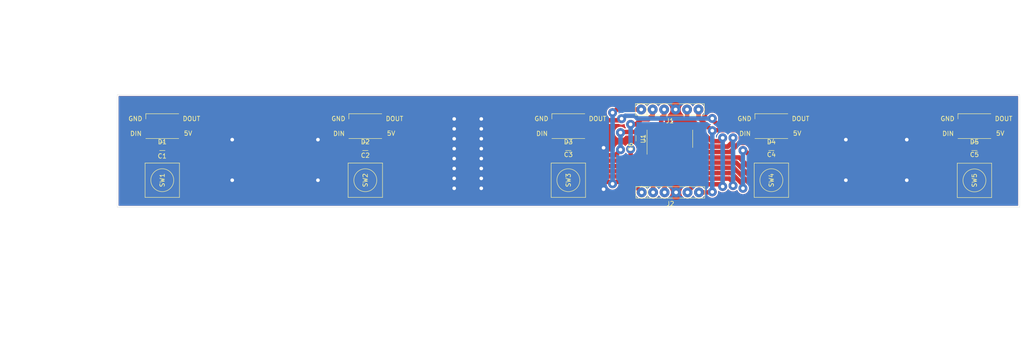
<source format=kicad_pcb>
(kicad_pcb (version 20171130) (host pcbnew "(5.1.6)-1")

  (general
    (thickness 1.6)
    (drawings 48)
    (tracks 357)
    (zones 0)
    (modules 19)
    (nets 21)
  )

  (page A4)
  (layers
    (0 F.Cu signal)
    (31 B.Cu signal)
    (32 B.Adhes user hide)
    (33 F.Adhes user hide)
    (34 B.Paste user hide)
    (35 F.Paste user hide)
    (36 B.SilkS user hide)
    (37 F.SilkS user)
    (38 B.Mask user hide)
    (39 F.Mask user hide)
    (40 Dwgs.User user)
    (41 Cmts.User user hide)
    (42 Eco1.User user hide)
    (43 Eco2.User user hide)
    (44 Edge.Cuts user)
    (45 Margin user hide)
    (46 B.CrtYd user hide)
    (47 F.CrtYd user hide)
    (48 B.Fab user hide)
    (49 F.Fab user hide)
  )

  (setup
    (last_trace_width 1)
    (user_trace_width 0.25)
    (user_trace_width 0.4)
    (user_trace_width 0.5)
    (user_trace_width 0.8)
    (user_trace_width 1)
    (user_trace_width 1.5)
    (user_trace_width 2)
    (trace_clearance 0.2)
    (zone_clearance 0.3)
    (zone_45_only no)
    (trace_min 0.2)
    (via_size 0.8)
    (via_drill 0.4)
    (via_min_size 0.4)
    (via_min_drill 0.3)
    (user_via 0.6 0.3)
    (user_via 0.8 0.4)
    (user_via 1 0.5)
    (user_via 2 0.8)
    (uvia_size 0.3)
    (uvia_drill 0.1)
    (uvias_allowed no)
    (uvia_min_size 0.2)
    (uvia_min_drill 0.1)
    (edge_width 0.05)
    (segment_width 0.2)
    (pcb_text_width 0.3)
    (pcb_text_size 1.5 1.5)
    (mod_edge_width 0.12)
    (mod_text_size 1 1)
    (mod_text_width 0.15)
    (pad_size 1.524 1.524)
    (pad_drill 0.762)
    (pad_to_mask_clearance 0.05)
    (aux_axis_origin 0 0)
    (visible_elements 7FFFFFFF)
    (pcbplotparams
      (layerselection 0x010fc_ffffffff)
      (usegerberextensions false)
      (usegerberattributes true)
      (usegerberadvancedattributes true)
      (creategerberjobfile true)
      (excludeedgelayer true)
      (linewidth 0.100000)
      (plotframeref false)
      (viasonmask false)
      (mode 1)
      (useauxorigin false)
      (hpglpennumber 1)
      (hpglpenspeed 20)
      (hpglpendiameter 15.000000)
      (psnegative false)
      (psa4output false)
      (plotreference true)
      (plotvalue true)
      (plotinvisibletext false)
      (padsonsilk false)
      (subtractmaskfromsilk false)
      (outputformat 1)
      (mirror false)
      (drillshape 1)
      (scaleselection 1)
      (outputdirectory ""))
  )

  (net 0 "")
  (net 1 +5V)
  (net 2 GND)
  (net 3 "Net-(D1-Pad2)")
  (net 4 "Net-(D2-Pad2)")
  (net 5 "Net-(D3-Pad2)")
  (net 6 "Net-(D4-Pad2)")
  (net 7 "Net-(SW1-Pad1)")
  (net 8 "Net-(SW2-Pad1)")
  (net 9 "Net-(SW3-Pad1)")
  (net 10 "Net-(SW4-Pad1)")
  (net 11 "Net-(SW5-Pad1)")
  (net 12 "Net-(U1-Pad6)")
  (net 13 "Net-(U1-Pad7)")
  (net 14 "Net-(U1-Pad15)")
  (net 15 LED_DIN)
  (net 16 LED_DOUT)
  (net 17 BTN_DIN)
  (net 18 BTN_CLK)
  (net 19 BTN_SENSE)
  (net 20 BTN_DOUT)

  (net_class Default "This is the default net class."
    (clearance 0.2)
    (trace_width 0.25)
    (via_dia 0.8)
    (via_drill 0.4)
    (uvia_dia 0.3)
    (uvia_drill 0.1)
    (add_net +5V)
    (add_net BTN_CLK)
    (add_net BTN_DIN)
    (add_net BTN_DOUT)
    (add_net BTN_SENSE)
    (add_net GND)
    (add_net LED_DIN)
    (add_net LED_DOUT)
    (add_net "Net-(D1-Pad2)")
    (add_net "Net-(D2-Pad2)")
    (add_net "Net-(D3-Pad2)")
    (add_net "Net-(U1-Pad15)")
    (add_net "Net-(U1-Pad6)")
    (add_net "Net-(U1-Pad7)")
  )

  (net_class small ""
    (clearance 0.15)
    (trace_width 0.4)
    (via_dia 0.6)
    (via_drill 0.3)
    (uvia_dia 0.3)
    (uvia_drill 0.1)
    (add_net "Net-(D4-Pad2)")
    (add_net "Net-(SW1-Pad1)")
    (add_net "Net-(SW2-Pad1)")
    (add_net "Net-(SW3-Pad1)")
    (add_net "Net-(SW4-Pad1)")
    (add_net "Net-(SW5-Pad1)")
  )

  (module Capacitor_SMD:C_1206_3216Metric_Pad1.42x1.75mm_HandSolder (layer F.Cu) (tedit 5B301BBE) (tstamp 660967AD)
    (at 165.9 84.7 270)
    (descr "Capacitor SMD 1206 (3216 Metric), square (rectangular) end terminal, IPC_7351 nominal with elongated pad for handsoldering. (Body size source: http://www.tortai-tech.com/upload/download/2011102023233369053.pdf), generated with kicad-footprint-generator")
    (tags "capacitor handsolder")
    (path /6611B57A)
    (attr smd)
    (fp_text reference C6 (at 1.9125 2.1 90) (layer F.SilkS)
      (effects (font (size 1 1) (thickness 0.15)))
    )
    (fp_text value 10uf (at 0 1.82 90) (layer F.Fab)
      (effects (font (size 1 1) (thickness 0.15)))
    )
    (fp_line (start 2.45 1.12) (end -2.45 1.12) (layer F.CrtYd) (width 0.05))
    (fp_line (start 2.45 -1.12) (end 2.45 1.12) (layer F.CrtYd) (width 0.05))
    (fp_line (start -2.45 -1.12) (end 2.45 -1.12) (layer F.CrtYd) (width 0.05))
    (fp_line (start -2.45 1.12) (end -2.45 -1.12) (layer F.CrtYd) (width 0.05))
    (fp_line (start -0.602064 0.91) (end 0.602064 0.91) (layer F.SilkS) (width 0.12))
    (fp_line (start -0.602064 -0.91) (end 0.602064 -0.91) (layer F.SilkS) (width 0.12))
    (fp_line (start 1.6 0.8) (end -1.6 0.8) (layer F.Fab) (width 0.1))
    (fp_line (start 1.6 -0.8) (end 1.6 0.8) (layer F.Fab) (width 0.1))
    (fp_line (start -1.6 -0.8) (end 1.6 -0.8) (layer F.Fab) (width 0.1))
    (fp_line (start -1.6 0.8) (end -1.6 -0.8) (layer F.Fab) (width 0.1))
    (fp_text user %R (at -0.0875 0 180) (layer F.Fab)
      (effects (font (size 0.8 0.8) (thickness 0.12)))
    )
    (pad 2 smd roundrect (at 1.4875 0 270) (size 1.425 1.75) (layers F.Cu F.Paste F.Mask) (roundrect_rratio 0.175439)
      (net 2 GND))
    (pad 1 smd roundrect (at -1.4875 0 270) (size 1.425 1.75) (layers F.Cu F.Paste F.Mask) (roundrect_rratio 0.175439)
      (net 1 +5V))
    (model ${KISYS3DMOD}/Capacitor_SMD.3dshapes/C_1206_3216Metric.wrl
      (at (xyz 0 0 0))
      (scale (xyz 1 1 1))
      (rotate (xyz 0 0 0))
    )
  )

  (module 0_my_footprints:myWS2812 (layer F.Cu) (tedit 66059AE8) (tstamp 66074C73)
    (at 60 82 180)
    (descr https://cdn-shop.adafruit.com/datasheets/WS2812B.pdf)
    (tags "LED RGB NeoPixel")
    (path /66071A8E)
    (attr smd)
    (fp_text reference D1 (at 0 -3.5) (layer F.SilkS)
      (effects (font (size 1 1) (thickness 0.15)))
    )
    (fp_text value WS2812B (at 0 4) (layer F.Fab)
      (effects (font (size 1 1) (thickness 0.15)))
    )
    (fp_circle (center 0 0) (end 0 -2) (layer F.Fab) (width 0.1))
    (fp_line (start 3.65 2.75) (end 3.65 1.6) (layer F.SilkS) (width 0.12))
    (fp_line (start -3.65 2.75) (end 3.65 2.75) (layer F.SilkS) (width 0.12))
    (fp_line (start -3.65 -2.75) (end 3.65 -2.75) (layer F.SilkS) (width 0.12))
    (fp_line (start 2.5 -2.5) (end -2.5 -2.5) (layer F.Fab) (width 0.1))
    (fp_line (start 2.5 2.5) (end 2.5 -2.5) (layer F.Fab) (width 0.1))
    (fp_line (start -2.5 2.5) (end 2.5 2.5) (layer F.Fab) (width 0.1))
    (fp_line (start -2.5 -2.5) (end -2.5 2.5) (layer F.Fab) (width 0.1))
    (fp_line (start 2.5 1.5) (end 1.5 2.5) (layer F.Fab) (width 0.1))
    (fp_line (start -3.45 -2.75) (end -3.45 2.75) (layer F.CrtYd) (width 0.05))
    (fp_line (start -3.45 2.75) (end 3.45 2.75) (layer F.CrtYd) (width 0.05))
    (fp_line (start 3.45 2.75) (end 3.45 -2.75) (layer F.CrtYd) (width 0.05))
    (fp_line (start 3.45 -2.75) (end -3.45 -2.75) (layer F.CrtYd) (width 0.05))
    (fp_text user 5V (at -5.715 -1.6) (layer F.SilkS)
      (effects (font (size 1 1) (thickness 0.15)))
    )
    (fp_text user %R (at 0 0) (layer F.Fab)
      (effects (font (size 0.8 0.8) (thickness 0.15)))
    )
    (fp_text user GND (at 5.969 1.651) (layer F.SilkS)
      (effects (font (size 1 1) (thickness 0.15)))
    )
    (fp_text user DIN (at 5.842 -1.651) (layer F.SilkS)
      (effects (font (size 1 1) (thickness 0.15)))
    )
    (fp_text user DOUT (at -6.477 1.651) (layer F.SilkS)
      (effects (font (size 1 1) (thickness 0.15)))
    )
    (pad 3 smd rect (at 2.95 1.6 180) (size 3 1.5) (layers F.Cu F.Paste F.Mask)
      (net 2 GND))
    (pad 4 smd rect (at 2.95 -1.6 180) (size 3 1.5) (layers F.Cu F.Paste F.Mask)
      (net 15 LED_DIN))
    (pad 2 smd rect (at -2.95 1.6 180) (size 3 1.5) (layers F.Cu F.Paste F.Mask)
      (net 3 "Net-(D1-Pad2)"))
    (pad 1 smd rect (at -2.95 -1.6 180) (size 3 1.5) (layers F.Cu F.Paste F.Mask)
      (net 1 +5V))
    (model ${KISYS3DMOD}/LED_SMD.3dshapes/LED_WS2812B_PLCC4_5.0x5.0mm_P3.2mm.wrl
      (at (xyz 0 0 0))
      (scale (xyz 1 1 1))
      (rotate (xyz 0 0 0))
    )
  )

  (module 0_my_footprints:myWS2812 (layer F.Cu) (tedit 66059AE8) (tstamp 66074C8D)
    (at 105 82 180)
    (descr https://cdn-shop.adafruit.com/datasheets/WS2812B.pdf)
    (tags "LED RGB NeoPixel")
    (path /660FBD04)
    (attr smd)
    (fp_text reference D2 (at 0 -3.5) (layer F.SilkS)
      (effects (font (size 1 1) (thickness 0.15)))
    )
    (fp_text value WS2812B (at 0 4) (layer F.Fab)
      (effects (font (size 1 1) (thickness 0.15)))
    )
    (fp_line (start 3.45 -2.75) (end -3.45 -2.75) (layer F.CrtYd) (width 0.05))
    (fp_line (start 3.45 2.75) (end 3.45 -2.75) (layer F.CrtYd) (width 0.05))
    (fp_line (start -3.45 2.75) (end 3.45 2.75) (layer F.CrtYd) (width 0.05))
    (fp_line (start -3.45 -2.75) (end -3.45 2.75) (layer F.CrtYd) (width 0.05))
    (fp_line (start 2.5 1.5) (end 1.5 2.5) (layer F.Fab) (width 0.1))
    (fp_line (start -2.5 -2.5) (end -2.5 2.5) (layer F.Fab) (width 0.1))
    (fp_line (start -2.5 2.5) (end 2.5 2.5) (layer F.Fab) (width 0.1))
    (fp_line (start 2.5 2.5) (end 2.5 -2.5) (layer F.Fab) (width 0.1))
    (fp_line (start 2.5 -2.5) (end -2.5 -2.5) (layer F.Fab) (width 0.1))
    (fp_line (start -3.65 -2.75) (end 3.65 -2.75) (layer F.SilkS) (width 0.12))
    (fp_line (start -3.65 2.75) (end 3.65 2.75) (layer F.SilkS) (width 0.12))
    (fp_line (start 3.65 2.75) (end 3.65 1.6) (layer F.SilkS) (width 0.12))
    (fp_circle (center 0 0) (end 0 -2) (layer F.Fab) (width 0.1))
    (fp_text user DOUT (at -6.477 1.651) (layer F.SilkS)
      (effects (font (size 1 1) (thickness 0.15)))
    )
    (fp_text user DIN (at 5.842 -1.651) (layer F.SilkS)
      (effects (font (size 1 1) (thickness 0.15)))
    )
    (fp_text user GND (at 5.969 1.651) (layer F.SilkS)
      (effects (font (size 1 1) (thickness 0.15)))
    )
    (fp_text user %R (at 0 0) (layer F.Fab)
      (effects (font (size 0.8 0.8) (thickness 0.15)))
    )
    (fp_text user 5V (at -5.715 -1.6) (layer F.SilkS)
      (effects (font (size 1 1) (thickness 0.15)))
    )
    (pad 1 smd rect (at -2.95 -1.6 180) (size 3 1.5) (layers F.Cu F.Paste F.Mask)
      (net 1 +5V))
    (pad 2 smd rect (at -2.95 1.6 180) (size 3 1.5) (layers F.Cu F.Paste F.Mask)
      (net 4 "Net-(D2-Pad2)"))
    (pad 4 smd rect (at 2.95 -1.6 180) (size 3 1.5) (layers F.Cu F.Paste F.Mask)
      (net 3 "Net-(D1-Pad2)"))
    (pad 3 smd rect (at 2.95 1.6 180) (size 3 1.5) (layers F.Cu F.Paste F.Mask)
      (net 2 GND))
    (model ${KISYS3DMOD}/LED_SMD.3dshapes/LED_WS2812B_PLCC4_5.0x5.0mm_P3.2mm.wrl
      (at (xyz 0 0 0))
      (scale (xyz 1 1 1))
      (rotate (xyz 0 0 0))
    )
  )

  (module 0_my_footprints:myWS2812 (layer F.Cu) (tedit 66059AE8) (tstamp 66074CA7)
    (at 150 82 180)
    (descr https://cdn-shop.adafruit.com/datasheets/WS2812B.pdf)
    (tags "LED RGB NeoPixel")
    (path /660FDBA6)
    (attr smd)
    (fp_text reference D3 (at 0 -3.5) (layer F.SilkS)
      (effects (font (size 1 1) (thickness 0.15)))
    )
    (fp_text value WS2812B (at 0 4) (layer F.Fab)
      (effects (font (size 1 1) (thickness 0.15)))
    )
    (fp_circle (center 0 0) (end 0 -2) (layer F.Fab) (width 0.1))
    (fp_line (start 3.65 2.75) (end 3.65 1.6) (layer F.SilkS) (width 0.12))
    (fp_line (start -3.65 2.75) (end 3.65 2.75) (layer F.SilkS) (width 0.12))
    (fp_line (start -3.65 -2.75) (end 3.65 -2.75) (layer F.SilkS) (width 0.12))
    (fp_line (start 2.5 -2.5) (end -2.5 -2.5) (layer F.Fab) (width 0.1))
    (fp_line (start 2.5 2.5) (end 2.5 -2.5) (layer F.Fab) (width 0.1))
    (fp_line (start -2.5 2.5) (end 2.5 2.5) (layer F.Fab) (width 0.1))
    (fp_line (start -2.5 -2.5) (end -2.5 2.5) (layer F.Fab) (width 0.1))
    (fp_line (start 2.5 1.5) (end 1.5 2.5) (layer F.Fab) (width 0.1))
    (fp_line (start -3.45 -2.75) (end -3.45 2.75) (layer F.CrtYd) (width 0.05))
    (fp_line (start -3.45 2.75) (end 3.45 2.75) (layer F.CrtYd) (width 0.05))
    (fp_line (start 3.45 2.75) (end 3.45 -2.75) (layer F.CrtYd) (width 0.05))
    (fp_line (start 3.45 -2.75) (end -3.45 -2.75) (layer F.CrtYd) (width 0.05))
    (fp_text user %R (at 0 0) (layer F.Fab)
      (effects (font (size 0.8 0.8) (thickness 0.15)))
    )
    (fp_text user GND (at 5.969 1.651) (layer F.SilkS)
      (effects (font (size 1 1) (thickness 0.15)))
    )
    (fp_text user DIN (at 5.842 -1.651) (layer F.SilkS)
      (effects (font (size 1 1) (thickness 0.15)))
    )
    (fp_text user DOUT (at -6.477 1.651) (layer F.SilkS)
      (effects (font (size 1 1) (thickness 0.15)))
    )
    (pad 3 smd rect (at 2.95 1.6 180) (size 3 1.5) (layers F.Cu F.Paste F.Mask)
      (net 2 GND))
    (pad 4 smd rect (at 2.95 -1.6 180) (size 3 1.5) (layers F.Cu F.Paste F.Mask)
      (net 4 "Net-(D2-Pad2)"))
    (pad 2 smd rect (at -2.95 1.6 180) (size 3 1.5) (layers F.Cu F.Paste F.Mask)
      (net 5 "Net-(D3-Pad2)"))
    (pad 1 smd rect (at -2.95 -1.6 180) (size 3 1.5) (layers F.Cu F.Paste F.Mask)
      (net 1 +5V))
    (model ${KISYS3DMOD}/LED_SMD.3dshapes/LED_WS2812B_PLCC4_5.0x5.0mm_P3.2mm.wrl
      (at (xyz 0 0 0))
      (scale (xyz 1 1 1))
      (rotate (xyz 0 0 0))
    )
  )

  (module 0_my_footprints:myWS2812 (layer F.Cu) (tedit 66059AE8) (tstamp 66074CC1)
    (at 195 82 180)
    (descr https://cdn-shop.adafruit.com/datasheets/WS2812B.pdf)
    (tags "LED RGB NeoPixel")
    (path /660FE5F8)
    (attr smd)
    (fp_text reference D4 (at 0 -3.5) (layer F.SilkS)
      (effects (font (size 1 1) (thickness 0.15)))
    )
    (fp_text value WS2812B (at 0 4) (layer F.Fab)
      (effects (font (size 1 1) (thickness 0.15)))
    )
    (fp_line (start 3.45 -2.75) (end -3.45 -2.75) (layer F.CrtYd) (width 0.05))
    (fp_line (start 3.45 2.75) (end 3.45 -2.75) (layer F.CrtYd) (width 0.05))
    (fp_line (start -3.45 2.75) (end 3.45 2.75) (layer F.CrtYd) (width 0.05))
    (fp_line (start -3.45 -2.75) (end -3.45 2.75) (layer F.CrtYd) (width 0.05))
    (fp_line (start 2.5 1.5) (end 1.5 2.5) (layer F.Fab) (width 0.1))
    (fp_line (start -2.5 -2.5) (end -2.5 2.5) (layer F.Fab) (width 0.1))
    (fp_line (start -2.5 2.5) (end 2.5 2.5) (layer F.Fab) (width 0.1))
    (fp_line (start 2.5 2.5) (end 2.5 -2.5) (layer F.Fab) (width 0.1))
    (fp_line (start 2.5 -2.5) (end -2.5 -2.5) (layer F.Fab) (width 0.1))
    (fp_line (start -3.65 -2.75) (end 3.65 -2.75) (layer F.SilkS) (width 0.12))
    (fp_line (start -3.65 2.75) (end 3.65 2.75) (layer F.SilkS) (width 0.12))
    (fp_line (start 3.65 2.75) (end 3.65 1.6) (layer F.SilkS) (width 0.12))
    (fp_circle (center 0 0) (end 0 -2) (layer F.Fab) (width 0.1))
    (fp_text user DOUT (at -6.477 1.651) (layer F.SilkS)
      (effects (font (size 1 1) (thickness 0.15)))
    )
    (fp_text user DIN (at 5.842 -1.651) (layer F.SilkS)
      (effects (font (size 1 1) (thickness 0.15)))
    )
    (fp_text user GND (at 5.969 1.651) (layer F.SilkS)
      (effects (font (size 1 1) (thickness 0.15)))
    )
    (fp_text user %R (at 0 0) (layer F.Fab)
      (effects (font (size 0.8 0.8) (thickness 0.15)))
    )
    (fp_text user 5V (at -5.715 -1.6) (layer F.SilkS)
      (effects (font (size 1 1) (thickness 0.15)))
    )
    (pad 1 smd rect (at -2.95 -1.6 180) (size 3 1.5) (layers F.Cu F.Paste F.Mask)
      (net 1 +5V))
    (pad 2 smd rect (at -2.95 1.6 180) (size 3 1.5) (layers F.Cu F.Paste F.Mask)
      (net 6 "Net-(D4-Pad2)"))
    (pad 4 smd rect (at 2.95 -1.6 180) (size 3 1.5) (layers F.Cu F.Paste F.Mask)
      (net 5 "Net-(D3-Pad2)"))
    (pad 3 smd rect (at 2.95 1.6 180) (size 3 1.5) (layers F.Cu F.Paste F.Mask)
      (net 2 GND))
    (model ${KISYS3DMOD}/LED_SMD.3dshapes/LED_WS2812B_PLCC4_5.0x5.0mm_P3.2mm.wrl
      (at (xyz 0 0 0))
      (scale (xyz 1 1 1))
      (rotate (xyz 0 0 0))
    )
  )

  (module 0_my_footprints:myWS2812 (layer F.Cu) (tedit 66059AE8) (tstamp 66074CDB)
    (at 240 82 180)
    (descr https://cdn-shop.adafruit.com/datasheets/WS2812B.pdf)
    (tags "LED RGB NeoPixel")
    (path /660FEFBF)
    (attr smd)
    (fp_text reference D5 (at 0 -3.5) (layer F.SilkS)
      (effects (font (size 1 1) (thickness 0.15)))
    )
    (fp_text value WS2812B (at 0 4) (layer F.Fab)
      (effects (font (size 1 1) (thickness 0.15)))
    )
    (fp_circle (center 0 0) (end 0 -2) (layer F.Fab) (width 0.1))
    (fp_line (start 3.65 2.75) (end 3.65 1.6) (layer F.SilkS) (width 0.12))
    (fp_line (start -3.65 2.75) (end 3.65 2.75) (layer F.SilkS) (width 0.12))
    (fp_line (start -3.65 -2.75) (end 3.65 -2.75) (layer F.SilkS) (width 0.12))
    (fp_line (start 2.5 -2.5) (end -2.5 -2.5) (layer F.Fab) (width 0.1))
    (fp_line (start 2.5 2.5) (end 2.5 -2.5) (layer F.Fab) (width 0.1))
    (fp_line (start -2.5 2.5) (end 2.5 2.5) (layer F.Fab) (width 0.1))
    (fp_line (start -2.5 -2.5) (end -2.5 2.5) (layer F.Fab) (width 0.1))
    (fp_line (start 2.5 1.5) (end 1.5 2.5) (layer F.Fab) (width 0.1))
    (fp_line (start -3.45 -2.75) (end -3.45 2.75) (layer F.CrtYd) (width 0.05))
    (fp_line (start -3.45 2.75) (end 3.45 2.75) (layer F.CrtYd) (width 0.05))
    (fp_line (start 3.45 2.75) (end 3.45 -2.75) (layer F.CrtYd) (width 0.05))
    (fp_line (start 3.45 -2.75) (end -3.45 -2.75) (layer F.CrtYd) (width 0.05))
    (fp_text user 5V (at -5.715 -1.6) (layer F.SilkS)
      (effects (font (size 1 1) (thickness 0.15)))
    )
    (fp_text user %R (at 0 0) (layer F.Fab)
      (effects (font (size 0.8 0.8) (thickness 0.15)))
    )
    (fp_text user GND (at 5.969 1.651) (layer F.SilkS)
      (effects (font (size 1 1) (thickness 0.15)))
    )
    (fp_text user DIN (at 5.842 -1.651) (layer F.SilkS)
      (effects (font (size 1 1) (thickness 0.15)))
    )
    (fp_text user DOUT (at -6.477 1.651) (layer F.SilkS)
      (effects (font (size 1 1) (thickness 0.15)))
    )
    (pad 3 smd rect (at 2.95 1.6 180) (size 3 1.5) (layers F.Cu F.Paste F.Mask)
      (net 2 GND))
    (pad 4 smd rect (at 2.95 -1.6 180) (size 3 1.5) (layers F.Cu F.Paste F.Mask)
      (net 6 "Net-(D4-Pad2)"))
    (pad 2 smd rect (at -2.95 1.6 180) (size 3 1.5) (layers F.Cu F.Paste F.Mask)
      (net 16 LED_DOUT))
    (pad 1 smd rect (at -2.95 -1.6 180) (size 3 1.5) (layers F.Cu F.Paste F.Mask)
      (net 1 +5V))
    (model ${KISYS3DMOD}/LED_SMD.3dshapes/LED_WS2812B_PLCC4_5.0x5.0mm_P3.2mm.wrl
      (at (xyz 0 0 0))
      (scale (xyz 1 1 1))
      (rotate (xyz 0 0 0))
    )
  )

  (module 0_my_footprints:my6Pin-08mm (layer F.Cu) (tedit 66070774) (tstamp 66074CEB)
    (at 172.5 78.3)
    (path /6607CA55)
    (fp_text reference J1 (at 0 2.54) (layer F.SilkS)
      (effects (font (size 1 1) (thickness 0.15)))
    )
    (fp_text value Conn_01x06 (at 0 -2.54) (layer F.Fab)
      (effects (font (size 1 1) (thickness 0.15)))
    )
    (fp_line (start -7.62 -1.27) (end -7.62 1.27) (layer F.SilkS) (width 0.12))
    (fp_line (start -7.62 1.27) (end 7.62 1.27) (layer F.SilkS) (width 0.12))
    (fp_line (start 7.62 1.27) (end 7.62 -1.27) (layer F.SilkS) (width 0.12))
    (fp_line (start 7.62 -1.27) (end -7.62 -1.27) (layer F.SilkS) (width 0.12))
    (fp_line (start -7.62 -1.27) (end -5.08 -1.27) (layer F.SilkS) (width 0.12))
    (fp_line (start -5.08 -1.27) (end -5.08 1.27) (layer F.SilkS) (width 0.12))
    (pad 1 thru_hole circle (at -6.35 0) (size 2.2 2.2) (drill 0.8) (layers *.Cu *.Mask)
      (net 19 BTN_SENSE))
    (pad 2 thru_hole circle (at -3.81 0) (size 2.2 2.2) (drill 0.8) (layers *.Cu *.Mask)
      (net 15 LED_DIN))
    (pad 3 thru_hole circle (at -1.27 0) (size 2.2 2.2) (drill 0.8) (layers *.Cu *.Mask)
      (net 17 BTN_DIN))
    (pad 4 thru_hole circle (at 1.27 0) (size 2.2 2.2) (drill 0.8) (layers *.Cu *.Mask)
      (net 2 GND))
    (pad 5 thru_hole circle (at 3.81 0) (size 2.2 2.2) (drill 0.8) (layers *.Cu *.Mask)
      (net 18 BTN_CLK))
    (pad 6 thru_hole circle (at 6.35 0) (size 2.2 2.2) (drill 0.8) (layers *.Cu *.Mask)
      (net 1 +5V))
  )

  (module 0_my_footprints:my6Pin-08mm (layer F.Cu) (tedit 66070774) (tstamp 66074CFB)
    (at 172.6 96.7)
    (path /6608525E)
    (fp_text reference J2 (at 0 2.54) (layer F.SilkS)
      (effects (font (size 1 1) (thickness 0.15)))
    )
    (fp_text value Conn_01x06 (at 0 -2.54) (layer F.Fab)
      (effects (font (size 1 1) (thickness 0.15)))
    )
    (fp_line (start -5.08 -1.27) (end -5.08 1.27) (layer F.SilkS) (width 0.12))
    (fp_line (start -7.62 -1.27) (end -5.08 -1.27) (layer F.SilkS) (width 0.12))
    (fp_line (start 7.62 -1.27) (end -7.62 -1.27) (layer F.SilkS) (width 0.12))
    (fp_line (start 7.62 1.27) (end 7.62 -1.27) (layer F.SilkS) (width 0.12))
    (fp_line (start -7.62 1.27) (end 7.62 1.27) (layer F.SilkS) (width 0.12))
    (fp_line (start -7.62 -1.27) (end -7.62 1.27) (layer F.SilkS) (width 0.12))
    (pad 6 thru_hole circle (at 6.35 0) (size 2.2 2.2) (drill 0.8) (layers *.Cu *.Mask)
      (net 1 +5V))
    (pad 5 thru_hole circle (at 3.81 0) (size 2.2 2.2) (drill 0.8) (layers *.Cu *.Mask)
      (net 18 BTN_CLK))
    (pad 4 thru_hole circle (at 1.27 0) (size 2.2 2.2) (drill 0.8) (layers *.Cu *.Mask)
      (net 2 GND))
    (pad 3 thru_hole circle (at -1.27 0) (size 2.2 2.2) (drill 0.8) (layers *.Cu *.Mask)
      (net 20 BTN_DOUT))
    (pad 2 thru_hole circle (at -3.81 0) (size 2.2 2.2) (drill 0.8) (layers *.Cu *.Mask)
      (net 16 LED_DOUT))
    (pad 1 thru_hole circle (at -6.35 0) (size 2.2 2.2) (drill 0.8) (layers *.Cu *.Mask)
      (net 19 BTN_SENSE))
  )

  (module Capacitor_SMD:C_1206_3216Metric_Pad1.42x1.75mm_HandSolder (layer F.Cu) (tedit 5B301BBE) (tstamp 66096758)
    (at 60 86.5 180)
    (descr "Capacitor SMD 1206 (3216 Metric), square (rectangular) end terminal, IPC_7351 nominal with elongated pad for handsoldering. (Body size source: http://www.tortai-tech.com/upload/download/2011102023233369053.pdf), generated with kicad-footprint-generator")
    (tags "capacitor handsolder")
    (path /66073412)
    (attr smd)
    (fp_text reference C1 (at 0.024999 -2.145001) (layer F.SilkS)
      (effects (font (size 1 1) (thickness 0.15)))
    )
    (fp_text value 100nf (at 0 1.82) (layer F.Fab)
      (effects (font (size 1 1) (thickness 0.15)))
    )
    (fp_line (start -1.6 0.8) (end -1.6 -0.8) (layer F.Fab) (width 0.1))
    (fp_line (start -1.6 -0.8) (end 1.6 -0.8) (layer F.Fab) (width 0.1))
    (fp_line (start 1.6 -0.8) (end 1.6 0.8) (layer F.Fab) (width 0.1))
    (fp_line (start 1.6 0.8) (end -1.6 0.8) (layer F.Fab) (width 0.1))
    (fp_line (start -0.602064 -0.91) (end 0.602064 -0.91) (layer F.SilkS) (width 0.12))
    (fp_line (start -0.602064 0.91) (end 0.602064 0.91) (layer F.SilkS) (width 0.12))
    (fp_line (start -2.45 1.12) (end -2.45 -1.12) (layer F.CrtYd) (width 0.05))
    (fp_line (start -2.45 -1.12) (end 2.45 -1.12) (layer F.CrtYd) (width 0.05))
    (fp_line (start 2.45 -1.12) (end 2.45 1.12) (layer F.CrtYd) (width 0.05))
    (fp_line (start 2.45 1.12) (end -2.45 1.12) (layer F.CrtYd) (width 0.05))
    (fp_text user %R (at 0 0) (layer F.Fab)
      (effects (font (size 0.8 0.8) (thickness 0.12)))
    )
    (pad 1 smd roundrect (at -1.4875 0 180) (size 1.425 1.75) (layers F.Cu F.Paste F.Mask) (roundrect_rratio 0.175439)
      (net 1 +5V))
    (pad 2 smd roundrect (at 1.4875 0 180) (size 1.425 1.75) (layers F.Cu F.Paste F.Mask) (roundrect_rratio 0.175439)
      (net 2 GND))
    (model ${KISYS3DMOD}/Capacitor_SMD.3dshapes/C_1206_3216Metric.wrl
      (at (xyz 0 0 0))
      (scale (xyz 1 1 1))
      (rotate (xyz 0 0 0))
    )
  )

  (module Capacitor_SMD:C_1206_3216Metric_Pad1.42x1.75mm_HandSolder (layer F.Cu) (tedit 5B301BBE) (tstamp 66096769)
    (at 105 86.5 180)
    (descr "Capacitor SMD 1206 (3216 Metric), square (rectangular) end terminal, IPC_7351 nominal with elongated pad for handsoldering. (Body size source: http://www.tortai-tech.com/upload/download/2011102023233369053.pdf), generated with kicad-footprint-generator")
    (tags "capacitor handsolder")
    (path /661253CC)
    (attr smd)
    (fp_text reference C2 (at 0 -2) (layer F.SilkS)
      (effects (font (size 1 1) (thickness 0.15)))
    )
    (fp_text value 100nf (at 0 1.82) (layer F.Fab)
      (effects (font (size 1 1) (thickness 0.15)))
    )
    (fp_line (start 2.45 1.12) (end -2.45 1.12) (layer F.CrtYd) (width 0.05))
    (fp_line (start 2.45 -1.12) (end 2.45 1.12) (layer F.CrtYd) (width 0.05))
    (fp_line (start -2.45 -1.12) (end 2.45 -1.12) (layer F.CrtYd) (width 0.05))
    (fp_line (start -2.45 1.12) (end -2.45 -1.12) (layer F.CrtYd) (width 0.05))
    (fp_line (start -0.602064 0.91) (end 0.602064 0.91) (layer F.SilkS) (width 0.12))
    (fp_line (start -0.602064 -0.91) (end 0.602064 -0.91) (layer F.SilkS) (width 0.12))
    (fp_line (start 1.6 0.8) (end -1.6 0.8) (layer F.Fab) (width 0.1))
    (fp_line (start 1.6 -0.8) (end 1.6 0.8) (layer F.Fab) (width 0.1))
    (fp_line (start -1.6 -0.8) (end 1.6 -0.8) (layer F.Fab) (width 0.1))
    (fp_line (start -1.6 0.8) (end -1.6 -0.8) (layer F.Fab) (width 0.1))
    (fp_text user %R (at 0 0) (layer F.Fab)
      (effects (font (size 0.8 0.8) (thickness 0.12)))
    )
    (pad 2 smd roundrect (at 1.4875 0 180) (size 1.425 1.75) (layers F.Cu F.Paste F.Mask) (roundrect_rratio 0.175439)
      (net 2 GND))
    (pad 1 smd roundrect (at -1.4875 0 180) (size 1.425 1.75) (layers F.Cu F.Paste F.Mask) (roundrect_rratio 0.175439)
      (net 1 +5V))
    (model ${KISYS3DMOD}/Capacitor_SMD.3dshapes/C_1206_3216Metric.wrl
      (at (xyz 0 0 0))
      (scale (xyz 1 1 1))
      (rotate (xyz 0 0 0))
    )
  )

  (module Capacitor_SMD:C_1206_3216Metric_Pad1.42x1.75mm_HandSolder (layer F.Cu) (tedit 5B301BBE) (tstamp 6609677A)
    (at 150 86.5 180)
    (descr "Capacitor SMD 1206 (3216 Metric), square (rectangular) end terminal, IPC_7351 nominal with elongated pad for handsoldering. (Body size source: http://www.tortai-tech.com/upload/download/2011102023233369053.pdf), generated with kicad-footprint-generator")
    (tags "capacitor handsolder")
    (path /66125891)
    (attr smd)
    (fp_text reference C3 (at 0 -1.82) (layer F.SilkS)
      (effects (font (size 1 1) (thickness 0.15)))
    )
    (fp_text value 100nf (at 0 1.82) (layer F.Fab)
      (effects (font (size 1 1) (thickness 0.15)))
    )
    (fp_line (start 2.45 1.12) (end -2.45 1.12) (layer F.CrtYd) (width 0.05))
    (fp_line (start 2.45 -1.12) (end 2.45 1.12) (layer F.CrtYd) (width 0.05))
    (fp_line (start -2.45 -1.12) (end 2.45 -1.12) (layer F.CrtYd) (width 0.05))
    (fp_line (start -2.45 1.12) (end -2.45 -1.12) (layer F.CrtYd) (width 0.05))
    (fp_line (start -0.602064 0.91) (end 0.602064 0.91) (layer F.SilkS) (width 0.12))
    (fp_line (start -0.602064 -0.91) (end 0.602064 -0.91) (layer F.SilkS) (width 0.12))
    (fp_line (start 1.6 0.8) (end -1.6 0.8) (layer F.Fab) (width 0.1))
    (fp_line (start 1.6 -0.8) (end 1.6 0.8) (layer F.Fab) (width 0.1))
    (fp_line (start -1.6 -0.8) (end 1.6 -0.8) (layer F.Fab) (width 0.1))
    (fp_line (start -1.6 0.8) (end -1.6 -0.8) (layer F.Fab) (width 0.1))
    (fp_text user %R (at 0 0) (layer F.Fab)
      (effects (font (size 0.8 0.8) (thickness 0.12)))
    )
    (pad 2 smd roundrect (at 1.4875 0 180) (size 1.425 1.75) (layers F.Cu F.Paste F.Mask) (roundrect_rratio 0.175439)
      (net 2 GND))
    (pad 1 smd roundrect (at -1.4875 0 180) (size 1.425 1.75) (layers F.Cu F.Paste F.Mask) (roundrect_rratio 0.175439)
      (net 1 +5V))
    (model ${KISYS3DMOD}/Capacitor_SMD.3dshapes/C_1206_3216Metric.wrl
      (at (xyz 0 0 0))
      (scale (xyz 1 1 1))
      (rotate (xyz 0 0 0))
    )
  )

  (module Capacitor_SMD:C_1206_3216Metric_Pad1.42x1.75mm_HandSolder (layer F.Cu) (tedit 5B301BBE) (tstamp 6609678B)
    (at 195 86.5 180)
    (descr "Capacitor SMD 1206 (3216 Metric), square (rectangular) end terminal, IPC_7351 nominal with elongated pad for handsoldering. (Body size source: http://www.tortai-tech.com/upload/download/2011102023233369053.pdf), generated with kicad-footprint-generator")
    (tags "capacitor handsolder")
    (path /66125E35)
    (attr smd)
    (fp_text reference C4 (at 0 -1.82) (layer F.SilkS)
      (effects (font (size 1 1) (thickness 0.15)))
    )
    (fp_text value 100nf (at 0 1.82) (layer F.Fab)
      (effects (font (size 1 1) (thickness 0.15)))
    )
    (fp_line (start 2.45 1.12) (end -2.45 1.12) (layer F.CrtYd) (width 0.05))
    (fp_line (start 2.45 -1.12) (end 2.45 1.12) (layer F.CrtYd) (width 0.05))
    (fp_line (start -2.45 -1.12) (end 2.45 -1.12) (layer F.CrtYd) (width 0.05))
    (fp_line (start -2.45 1.12) (end -2.45 -1.12) (layer F.CrtYd) (width 0.05))
    (fp_line (start -0.602064 0.91) (end 0.602064 0.91) (layer F.SilkS) (width 0.12))
    (fp_line (start -0.602064 -0.91) (end 0.602064 -0.91) (layer F.SilkS) (width 0.12))
    (fp_line (start 1.6 0.8) (end -1.6 0.8) (layer F.Fab) (width 0.1))
    (fp_line (start 1.6 -0.8) (end 1.6 0.8) (layer F.Fab) (width 0.1))
    (fp_line (start -1.6 -0.8) (end 1.6 -0.8) (layer F.Fab) (width 0.1))
    (fp_line (start -1.6 0.8) (end -1.6 -0.8) (layer F.Fab) (width 0.1))
    (fp_text user %R (at 0 0) (layer F.Fab)
      (effects (font (size 0.8 0.8) (thickness 0.12)))
    )
    (pad 2 smd roundrect (at 1.4875 0 180) (size 1.425 1.75) (layers F.Cu F.Paste F.Mask) (roundrect_rratio 0.175439)
      (net 2 GND))
    (pad 1 smd roundrect (at -1.4875 0 180) (size 1.425 1.75) (layers F.Cu F.Paste F.Mask) (roundrect_rratio 0.175439)
      (net 1 +5V))
    (model ${KISYS3DMOD}/Capacitor_SMD.3dshapes/C_1206_3216Metric.wrl
      (at (xyz 0 0 0))
      (scale (xyz 1 1 1))
      (rotate (xyz 0 0 0))
    )
  )

  (module Capacitor_SMD:C_1206_3216Metric_Pad1.42x1.75mm_HandSolder (layer F.Cu) (tedit 5B301BBE) (tstamp 6609679C)
    (at 240 86.5 180)
    (descr "Capacitor SMD 1206 (3216 Metric), square (rectangular) end terminal, IPC_7351 nominal with elongated pad for handsoldering. (Body size source: http://www.tortai-tech.com/upload/download/2011102023233369053.pdf), generated with kicad-footprint-generator")
    (tags "capacitor handsolder")
    (path /66126E33)
    (attr smd)
    (fp_text reference C5 (at 0 -1.82) (layer F.SilkS)
      (effects (font (size 1 1) (thickness 0.15)))
    )
    (fp_text value 100nf (at 0 1.82) (layer F.Fab)
      (effects (font (size 1 1) (thickness 0.15)))
    )
    (fp_line (start -1.6 0.8) (end -1.6 -0.8) (layer F.Fab) (width 0.1))
    (fp_line (start -1.6 -0.8) (end 1.6 -0.8) (layer F.Fab) (width 0.1))
    (fp_line (start 1.6 -0.8) (end 1.6 0.8) (layer F.Fab) (width 0.1))
    (fp_line (start 1.6 0.8) (end -1.6 0.8) (layer F.Fab) (width 0.1))
    (fp_line (start -0.602064 -0.91) (end 0.602064 -0.91) (layer F.SilkS) (width 0.12))
    (fp_line (start -0.602064 0.91) (end 0.602064 0.91) (layer F.SilkS) (width 0.12))
    (fp_line (start -2.45 1.12) (end -2.45 -1.12) (layer F.CrtYd) (width 0.05))
    (fp_line (start -2.45 -1.12) (end 2.45 -1.12) (layer F.CrtYd) (width 0.05))
    (fp_line (start 2.45 -1.12) (end 2.45 1.12) (layer F.CrtYd) (width 0.05))
    (fp_line (start 2.45 1.12) (end -2.45 1.12) (layer F.CrtYd) (width 0.05))
    (fp_text user %R (at 0 0) (layer F.Fab)
      (effects (font (size 0.8 0.8) (thickness 0.12)))
    )
    (pad 1 smd roundrect (at -1.4875 0 180) (size 1.425 1.75) (layers F.Cu F.Paste F.Mask) (roundrect_rratio 0.175439)
      (net 1 +5V))
    (pad 2 smd roundrect (at 1.4875 0 180) (size 1.425 1.75) (layers F.Cu F.Paste F.Mask) (roundrect_rratio 0.175439)
      (net 2 GND))
    (model ${KISYS3DMOD}/Capacitor_SMD.3dshapes/C_1206_3216Metric.wrl
      (at (xyz 0 0 0))
      (scale (xyz 1 1 1))
      (rotate (xyz 0 0 0))
    )
  )

  (module Package_SO:SOIC-16_3.9x9.9mm_P1.27mm (layer F.Cu) (tedit 5D9F72B1) (tstamp 679503F9)
    (at 172.5 84.8 90)
    (descr "SOIC, 16 Pin (JEDEC MS-012AC, https://www.analog.com/media/en/package-pcb-resources/package/pkg_pdf/soic_narrow-r/r_16.pdf), generated with kicad-footprint-generator ipc_gullwing_generator.py")
    (tags "SOIC SO")
    (path /6606EAF8)
    (attr smd)
    (fp_text reference U1 (at 0 -5.9 90) (layer F.SilkS)
      (effects (font (size 1 1) (thickness 0.15)))
    )
    (fp_text value 74HC595 (at 0 5.9 90) (layer F.Fab)
      (effects (font (size 1 1) (thickness 0.15)))
    )
    (fp_line (start 0 5.06) (end 1.95 5.06) (layer F.SilkS) (width 0.12))
    (fp_line (start 0 5.06) (end -1.95 5.06) (layer F.SilkS) (width 0.12))
    (fp_line (start 0 -5.06) (end 1.95 -5.06) (layer F.SilkS) (width 0.12))
    (fp_line (start 0 -5.06) (end -3.45 -5.06) (layer F.SilkS) (width 0.12))
    (fp_line (start -0.975 -4.95) (end 1.95 -4.95) (layer F.Fab) (width 0.1))
    (fp_line (start 1.95 -4.95) (end 1.95 4.95) (layer F.Fab) (width 0.1))
    (fp_line (start 1.95 4.95) (end -1.95 4.95) (layer F.Fab) (width 0.1))
    (fp_line (start -1.95 4.95) (end -1.95 -3.975) (layer F.Fab) (width 0.1))
    (fp_line (start -1.95 -3.975) (end -0.975 -4.95) (layer F.Fab) (width 0.1))
    (fp_line (start -3.7 -5.2) (end -3.7 5.2) (layer F.CrtYd) (width 0.05))
    (fp_line (start -3.7 5.2) (end 3.7 5.2) (layer F.CrtYd) (width 0.05))
    (fp_line (start 3.7 5.2) (end 3.7 -5.2) (layer F.CrtYd) (width 0.05))
    (fp_line (start 3.7 -5.2) (end -3.7 -5.2) (layer F.CrtYd) (width 0.05))
    (fp_text user %R (at 0 0 90) (layer F.Fab)
      (effects (font (size 0.98 0.98) (thickness 0.15)))
    )
    (pad 1 smd roundrect (at -2.475 -4.445 90) (size 1.95 0.6) (layers F.Cu F.Paste F.Mask) (roundrect_rratio 0.25)
      (net 9 "Net-(SW3-Pad1)"))
    (pad 2 smd roundrect (at -2.475 -3.175 90) (size 1.95 0.6) (layers F.Cu F.Paste F.Mask) (roundrect_rratio 0.25)
      (net 8 "Net-(SW2-Pad1)"))
    (pad 3 smd roundrect (at -2.475 -1.905 90) (size 1.95 0.6) (layers F.Cu F.Paste F.Mask) (roundrect_rratio 0.25)
      (net 7 "Net-(SW1-Pad1)"))
    (pad 4 smd roundrect (at -2.475 -0.635 90) (size 1.95 0.6) (layers F.Cu F.Paste F.Mask) (roundrect_rratio 0.25)
      (net 11 "Net-(SW5-Pad1)"))
    (pad 5 smd roundrect (at -2.475 0.635 90) (size 1.95 0.6) (layers F.Cu F.Paste F.Mask) (roundrect_rratio 0.25)
      (net 10 "Net-(SW4-Pad1)"))
    (pad 6 smd roundrect (at -2.475 1.905 90) (size 1.95 0.6) (layers F.Cu F.Paste F.Mask) (roundrect_rratio 0.25)
      (net 12 "Net-(U1-Pad6)"))
    (pad 7 smd roundrect (at -2.475 3.175 90) (size 1.95 0.6) (layers F.Cu F.Paste F.Mask) (roundrect_rratio 0.25)
      (net 13 "Net-(U1-Pad7)"))
    (pad 8 smd roundrect (at -2.475 4.445 90) (size 1.95 0.6) (layers F.Cu F.Paste F.Mask) (roundrect_rratio 0.25)
      (net 2 GND))
    (pad 9 smd roundrect (at 2.475 4.445 90) (size 1.95 0.6) (layers F.Cu F.Paste F.Mask) (roundrect_rratio 0.25)
      (net 20 BTN_DOUT))
    (pad 10 smd roundrect (at 2.475 3.175 90) (size 1.95 0.6) (layers F.Cu F.Paste F.Mask) (roundrect_rratio 0.25)
      (net 1 +5V))
    (pad 11 smd roundrect (at 2.475 1.905 90) (size 1.95 0.6) (layers F.Cu F.Paste F.Mask) (roundrect_rratio 0.25)
      (net 18 BTN_CLK))
    (pad 12 smd roundrect (at 2.475 0.635 90) (size 1.95 0.6) (layers F.Cu F.Paste F.Mask) (roundrect_rratio 0.25)
      (net 18 BTN_CLK))
    (pad 13 smd roundrect (at 2.475 -0.635 90) (size 1.95 0.6) (layers F.Cu F.Paste F.Mask) (roundrect_rratio 0.25)
      (net 2 GND))
    (pad 14 smd roundrect (at 2.475 -1.905 90) (size 1.95 0.6) (layers F.Cu F.Paste F.Mask) (roundrect_rratio 0.25)
      (net 17 BTN_DIN))
    (pad 15 smd roundrect (at 2.475 -3.175 90) (size 1.95 0.6) (layers F.Cu F.Paste F.Mask) (roundrect_rratio 0.25)
      (net 14 "Net-(U1-Pad15)"))
    (pad 16 smd roundrect (at 2.475 -4.445 90) (size 1.95 0.6) (layers F.Cu F.Paste F.Mask) (roundrect_rratio 0.25)
      (net 1 +5V))
    (model ${KISYS3DMOD}/Package_SO.3dshapes/SOIC-16_3.9x9.9mm_P1.27mm.wrl
      (at (xyz 0 0 0))
      (scale (xyz 1 1 1))
      (rotate (xyz 0 0 0))
    )
  )

  (module 0_my_footprints2:switchSoftSMT (layer F.Cu) (tedit 6795F73D) (tstamp 6795F93D)
    (at 60 94 270)
    (path /6606F9DD)
    (fp_text reference SW1 (at 0 0 90) (layer F.SilkS)
      (effects (font (size 1 1) (thickness 0.15)))
    )
    (fp_text value SW1 (at 0 -6.35 90) (layer F.Fab)
      (effects (font (size 1 1) (thickness 0.15)))
    )
    (fp_circle (center 0 0) (end 0 -2.54) (layer F.SilkS) (width 0.12))
    (fp_line (start 3.81 -3.81) (end -3.81 -3.81) (layer F.SilkS) (width 0.12))
    (fp_line (start 3.81 3.81) (end 3.81 -3.81) (layer F.SilkS) (width 0.12))
    (fp_line (start -3.81 3.81) (end 3.81 3.81) (layer F.SilkS) (width 0.12))
    (fp_line (start -3.81 -3.81) (end -3.81 3.81) (layer F.SilkS) (width 0.12))
    (pad 1 smd rect (at -2.5 -3 270) (size 1.5 3) (layers F.Cu F.Paste F.Mask)
      (net 7 "Net-(SW1-Pad1)"))
    (pad 2 smd rect (at 2.54 -3 270) (size 1.5 3) (layers F.Cu F.Paste F.Mask)
      (net 19 BTN_SENSE))
    (pad 1 smd rect (at -2.54 3 90) (size 1.5 3) (layers F.Cu F.Paste F.Mask)
      (net 7 "Net-(SW1-Pad1)"))
    (pad 2 smd rect (at 2.54 3 90) (size 1.5 3) (layers F.Cu F.Paste F.Mask)
      (net 19 BTN_SENSE))
    (model C:/src/kiCad/libraries/my_3d_files/switch_soft_smt.step
      (at (xyz 0 0 0))
      (scale (xyz 1 1 1))
      (rotate (xyz 0 0 0))
    )
  )

  (module 0_my_footprints2:switchSoftSMT (layer F.Cu) (tedit 6795F73D) (tstamp 6795F949)
    (at 105 94 270)
    (path /660928C5)
    (fp_text reference SW2 (at 0 0 90) (layer F.SilkS)
      (effects (font (size 1 1) (thickness 0.15)))
    )
    (fp_text value SW1 (at 0 -6.35 90) (layer F.Fab)
      (effects (font (size 1 1) (thickness 0.15)))
    )
    (fp_circle (center 0 0) (end 0 -2.54) (layer F.SilkS) (width 0.12))
    (fp_line (start 3.81 -3.81) (end -3.81 -3.81) (layer F.SilkS) (width 0.12))
    (fp_line (start 3.81 3.81) (end 3.81 -3.81) (layer F.SilkS) (width 0.12))
    (fp_line (start -3.81 3.81) (end 3.81 3.81) (layer F.SilkS) (width 0.12))
    (fp_line (start -3.81 -3.81) (end -3.81 3.81) (layer F.SilkS) (width 0.12))
    (pad 1 smd rect (at -2.5 -3 270) (size 1.5 3) (layers F.Cu F.Paste F.Mask)
      (net 8 "Net-(SW2-Pad1)"))
    (pad 2 smd rect (at 2.54 -3 270) (size 1.5 3) (layers F.Cu F.Paste F.Mask)
      (net 19 BTN_SENSE))
    (pad 1 smd rect (at -2.54 3 90) (size 1.5 3) (layers F.Cu F.Paste F.Mask)
      (net 8 "Net-(SW2-Pad1)"))
    (pad 2 smd rect (at 2.54 3 90) (size 1.5 3) (layers F.Cu F.Paste F.Mask)
      (net 19 BTN_SENSE))
    (model C:/src/kiCad/libraries/my_3d_files/switch_soft_smt.step
      (at (xyz 0 0 0))
      (scale (xyz 1 1 1))
      (rotate (xyz 0 0 0))
    )
  )

  (module 0_my_footprints2:switchSoftSMT (layer F.Cu) (tedit 6795F73D) (tstamp 6795F955)
    (at 150 94 270)
    (path /66092C2E)
    (fp_text reference SW3 (at 0 0 90) (layer F.SilkS)
      (effects (font (size 1 1) (thickness 0.15)))
    )
    (fp_text value SW1 (at 0 -6.35 90) (layer F.Fab)
      (effects (font (size 1 1) (thickness 0.15)))
    )
    (fp_line (start -3.81 -3.81) (end -3.81 3.81) (layer F.SilkS) (width 0.12))
    (fp_line (start -3.81 3.81) (end 3.81 3.81) (layer F.SilkS) (width 0.12))
    (fp_line (start 3.81 3.81) (end 3.81 -3.81) (layer F.SilkS) (width 0.12))
    (fp_line (start 3.81 -3.81) (end -3.81 -3.81) (layer F.SilkS) (width 0.12))
    (fp_circle (center 0 0) (end 0 -2.54) (layer F.SilkS) (width 0.12))
    (pad 2 smd rect (at 2.54 3 90) (size 1.5 3) (layers F.Cu F.Paste F.Mask)
      (net 19 BTN_SENSE))
    (pad 1 smd rect (at -2.54 3 90) (size 1.5 3) (layers F.Cu F.Paste F.Mask)
      (net 9 "Net-(SW3-Pad1)"))
    (pad 2 smd rect (at 2.54 -3 270) (size 1.5 3) (layers F.Cu F.Paste F.Mask)
      (net 19 BTN_SENSE))
    (pad 1 smd rect (at -2.5 -3 270) (size 1.5 3) (layers F.Cu F.Paste F.Mask)
      (net 9 "Net-(SW3-Pad1)"))
    (model C:/src/kiCad/libraries/my_3d_files/switch_soft_smt.step
      (at (xyz 0 0 0))
      (scale (xyz 1 1 1))
      (rotate (xyz 0 0 0))
    )
  )

  (module 0_my_footprints2:switchSoftSMT (layer F.Cu) (tedit 6795F73D) (tstamp 6795F961)
    (at 195 94 270)
    (path /66092F3E)
    (fp_text reference SW4 (at 0 0 90) (layer F.SilkS)
      (effects (font (size 1 1) (thickness 0.15)))
    )
    (fp_text value SW1 (at 0 -6.35 90) (layer F.Fab)
      (effects (font (size 1 1) (thickness 0.15)))
    )
    (fp_circle (center 0 0) (end 0 -2.54) (layer F.SilkS) (width 0.12))
    (fp_line (start 3.81 -3.81) (end -3.81 -3.81) (layer F.SilkS) (width 0.12))
    (fp_line (start 3.81 3.81) (end 3.81 -3.81) (layer F.SilkS) (width 0.12))
    (fp_line (start -3.81 3.81) (end 3.81 3.81) (layer F.SilkS) (width 0.12))
    (fp_line (start -3.81 -3.81) (end -3.81 3.81) (layer F.SilkS) (width 0.12))
    (pad 1 smd rect (at -2.5 -3 270) (size 1.5 3) (layers F.Cu F.Paste F.Mask)
      (net 10 "Net-(SW4-Pad1)"))
    (pad 2 smd rect (at 2.54 -3 270) (size 1.5 3) (layers F.Cu F.Paste F.Mask)
      (net 19 BTN_SENSE))
    (pad 1 smd rect (at -2.54 3 90) (size 1.5 3) (layers F.Cu F.Paste F.Mask)
      (net 10 "Net-(SW4-Pad1)"))
    (pad 2 smd rect (at 2.54 3 90) (size 1.5 3) (layers F.Cu F.Paste F.Mask)
      (net 19 BTN_SENSE))
    (model C:/src/kiCad/libraries/my_3d_files/switch_soft_smt.step
      (at (xyz 0 0 0))
      (scale (xyz 1 1 1))
      (rotate (xyz 0 0 0))
    )
  )

  (module 0_my_footprints2:switchSoftSMT (layer F.Cu) (tedit 6795F73D) (tstamp 6795F96D)
    (at 240 94.04 270)
    (path /660945C8)
    (fp_text reference SW5 (at 0 0 90) (layer F.SilkS)
      (effects (font (size 1 1) (thickness 0.15)))
    )
    (fp_text value SW1 (at 0 -6.35 90) (layer F.Fab)
      (effects (font (size 1 1) (thickness 0.15)))
    )
    (fp_line (start -3.81 -3.81) (end -3.81 3.81) (layer F.SilkS) (width 0.12))
    (fp_line (start -3.81 3.81) (end 3.81 3.81) (layer F.SilkS) (width 0.12))
    (fp_line (start 3.81 3.81) (end 3.81 -3.81) (layer F.SilkS) (width 0.12))
    (fp_line (start 3.81 -3.81) (end -3.81 -3.81) (layer F.SilkS) (width 0.12))
    (fp_circle (center 0 0) (end 0 -2.54) (layer F.SilkS) (width 0.12))
    (pad 2 smd rect (at 2.54 3 90) (size 1.5 3) (layers F.Cu F.Paste F.Mask)
      (net 19 BTN_SENSE))
    (pad 1 smd rect (at -2.54 3 90) (size 1.5 3) (layers F.Cu F.Paste F.Mask)
      (net 11 "Net-(SW5-Pad1)"))
    (pad 2 smd rect (at 2.54 -3 270) (size 1.5 3) (layers F.Cu F.Paste F.Mask)
      (net 19 BTN_SENSE))
    (pad 1 smd rect (at -2.5 -3 270) (size 1.5 3) (layers F.Cu F.Paste F.Mask)
      (net 11 "Net-(SW5-Pad1)"))
    (model C:/src/kiCad/libraries/my_3d_files/switch_soft_smt.step
      (at (xyz 0 0 0))
      (scale (xyz 1 1 1))
      (rotate (xyz 0 0 0))
    )
  )

  (dimension 6 (width 0.15) (layer Dwgs.User)
    (gr_text "6.000 mm" (at 127.7 104.4) (layer Dwgs.User)
      (effects (font (size 1 1) (thickness 0.15)))
    )
    (feature1 (pts (xy 130.7 95.8) (xy 130.7 103.686421)))
    (feature2 (pts (xy 124.7 95.8) (xy 124.7 103.686421)))
    (crossbar (pts (xy 124.7 103.1) (xy 130.7 103.1)))
    (arrow1a (pts (xy 130.7 103.1) (xy 129.573496 103.686421)))
    (arrow1b (pts (xy 130.7 103.1) (xy 129.573496 102.513579)))
    (arrow2a (pts (xy 124.7 103.1) (xy 125.826504 103.686421)))
    (arrow2b (pts (xy 124.7 103.1) (xy 125.826504 102.513579)))
  )
  (dimension 122.5 (width 0.15) (layer Dwgs.User)
    (gr_text "122.500 mm" (at 188.75 113.8) (layer Dwgs.User)
      (effects (font (size 1 1) (thickness 0.15)))
    )
    (feature1 (pts (xy 127.5 100) (xy 127.5 113.086421)))
    (feature2 (pts (xy 250 100) (xy 250 113.086421)))
    (crossbar (pts (xy 250 112.5) (xy 127.5 112.5)))
    (arrow1a (pts (xy 127.5 112.5) (xy 128.626504 111.913579)))
    (arrow1b (pts (xy 127.5 112.5) (xy 128.626504 113.086421)))
    (arrow2a (pts (xy 250 112.5) (xy 248.873496 111.913579)))
    (arrow2b (pts (xy 250 112.5) (xy 248.873496 113.086421)))
  )
  (dimension 150 (width 0.15) (layer Dwgs.User)
    (gr_text "150.000 mm" (at 127.5 124.8) (layer Dwgs.User)
      (effects (font (size 1 1) (thickness 0.15)))
    )
    (feature1 (pts (xy 202.5 100) (xy 202.5 124.086421)))
    (feature2 (pts (xy 52.5 100) (xy 52.5 124.086421)))
    (crossbar (pts (xy 52.5 123.5) (xy 202.5 123.5)))
    (arrow1a (pts (xy 202.5 123.5) (xy 201.373496 124.086421)))
    (arrow1b (pts (xy 202.5 123.5) (xy 201.373496 122.913579)))
    (arrow2a (pts (xy 52.5 123.5) (xy 53.626504 124.086421)))
    (arrow2b (pts (xy 52.5 123.5) (xy 53.626504 122.913579)))
  )
  (dimension 200 (width 0.15) (layer Dwgs.User)
    (gr_text "200.000 mm" (at 150 130.3) (layer Dwgs.User)
      (effects (font (size 1 1) (thickness 0.15)))
    )
    (feature1 (pts (xy 50 100) (xy 50 129.586421)))
    (feature2 (pts (xy 250 100) (xy 250 129.586421)))
    (crossbar (pts (xy 250 129) (xy 50 129)))
    (arrow1a (pts (xy 50 129) (xy 51.126504 128.413579)))
    (arrow1b (pts (xy 50 129) (xy 51.126504 129.586421)))
    (arrow2a (pts (xy 250 129) (xy 248.873496 128.413579)))
    (arrow2b (pts (xy 250 129) (xy 248.873496 129.586421)))
  )
  (gr_line (start 172.5 74.4) (end 172.5 99.4) (layer Dwgs.User) (width 0.15))
  (dimension 22.5 (width 0.15) (layer Dwgs.User)
    (gr_text "22.500 mm" (at 161.25 54.7) (layer Dwgs.User)
      (effects (font (size 1 1) (thickness 0.15)))
    )
    (feature1 (pts (xy 172.5 75) (xy 172.5 55.413579)))
    (feature2 (pts (xy 150 75) (xy 150 55.413579)))
    (crossbar (pts (xy 150 56) (xy 172.5 56)))
    (arrow1a (pts (xy 172.5 56) (xy 171.373496 56.586421)))
    (arrow1b (pts (xy 172.5 56) (xy 171.373496 55.413579)))
    (arrow2a (pts (xy 150 56) (xy 151.126504 56.586421)))
    (arrow2b (pts (xy 150 56) (xy 151.126504 55.413579)))
  )
  (dimension 22.5 (width 0.15) (layer Dwgs.User)
    (gr_text "22.500 mm" (at 138.75 67.2) (layer Dwgs.User)
      (effects (font (size 1 1) (thickness 0.15)))
    )
    (feature1 (pts (xy 150 75) (xy 150 67.913579)))
    (feature2 (pts (xy 127.5 75) (xy 127.5 67.913579)))
    (crossbar (pts (xy 127.5 68.5) (xy 150 68.5)))
    (arrow1a (pts (xy 150 68.5) (xy 148.873496 69.086421)))
    (arrow1b (pts (xy 150 68.5) (xy 148.873496 67.913579)))
    (arrow2a (pts (xy 127.5 68.5) (xy 128.626504 69.086421)))
    (arrow2b (pts (xy 127.5 68.5) (xy 128.626504 67.913579)))
  )
  (gr_line (start 155 0) (end 155 -25) (layer Eco2.User) (width 0.15) (tstamp 677CDA63))
  (dimension 20 (width 0.15) (layer Eco2.User)
    (gr_text "20.000 mm" (at 100 6.8) (layer Eco2.User)
      (effects (font (size 1 1) (thickness 0.15)))
    )
    (feature1 (pts (xy 110 0) (xy 110 6.086421)))
    (feature2 (pts (xy 90 0) (xy 90 6.086421)))
    (crossbar (pts (xy 90 5.5) (xy 110 5.5)))
    (arrow1a (pts (xy 110 5.5) (xy 108.873496 6.086421)))
    (arrow1b (pts (xy 110 5.5) (xy 108.873496 4.913579)))
    (arrow2a (pts (xy 90 5.5) (xy 91.126504 6.086421)))
    (arrow2b (pts (xy 90 5.5) (xy 91.126504 4.913579)))
  )
  (dimension 12.5 (width 0.15) (layer Eco2.User)
    (gr_text "12.500 mm" (at 38.75 6.8) (layer Eco2.User)
      (effects (font (size 1 1) (thickness 0.15)))
    )
    (feature1 (pts (xy 45 0) (xy 45 6.086421)))
    (feature2 (pts (xy 32.5 0) (xy 32.5 6.086421)))
    (crossbar (pts (xy 32.5 5.5) (xy 45 5.5)))
    (arrow1a (pts (xy 45 5.5) (xy 43.873496 6.086421)))
    (arrow1b (pts (xy 45 5.5) (xy 43.873496 4.913579)))
    (arrow2a (pts (xy 32.5 5.5) (xy 33.626504 6.086421)))
    (arrow2b (pts (xy 32.5 5.5) (xy 33.626504 4.913579)))
  )
  (dimension 45 (width 0.15) (layer Eco2.User)
    (gr_text "45.000 mm" (at 67.5 6.8) (layer Eco2.User)
      (effects (font (size 1 1) (thickness 0.15)))
    )
    (feature1 (pts (xy 90 0) (xy 90 6.086421)))
    (feature2 (pts (xy 45 0) (xy 45 6.086421)))
    (crossbar (pts (xy 45 5.5) (xy 90 5.5)))
    (arrow1a (pts (xy 90 5.5) (xy 88.873496 6.086421)))
    (arrow1b (pts (xy 90 5.5) (xy 88.873496 4.913579)))
    (arrow2a (pts (xy 45 5.5) (xy 46.126504 6.086421)))
    (arrow2b (pts (xy 45 5.5) (xy 46.126504 4.913579)))
  )
  (gr_line (start 250 75) (end 50 75) (layer Edge.Cuts) (width 0.05) (tstamp 66081E58))
  (gr_line (start 250 100) (end 250 75) (layer Edge.Cuts) (width 0.05))
  (gr_line (start 50 100) (end 250 100) (layer Edge.Cuts) (width 0.05))
  (gr_line (start 50 75) (end 50 100) (layer Edge.Cuts) (width 0.05))
  (dimension 25 (width 0.15) (layer Dwgs.User)
    (gr_text "25.000 mm" (at 27.7 87.5 270) (layer Dwgs.User)
      (effects (font (size 1 1) (thickness 0.15)))
    )
    (feature1 (pts (xy 50 100) (xy 28.413579 100)))
    (feature2 (pts (xy 50 75) (xy 28.413579 75)))
    (crossbar (pts (xy 29 75) (xy 29 100)))
    (arrow1a (pts (xy 29 100) (xy 28.413579 98.873496)))
    (arrow1b (pts (xy 29 100) (xy 29.586421 98.873496)))
    (arrow2a (pts (xy 29 75) (xy 28.413579 76.126504)))
    (arrow2b (pts (xy 29 75) (xy 29.586421 76.126504)))
  )
  (dimension 32.5 (width 0.15) (layer Eco2.User)
    (gr_text "32.500 mm" (at 16.25 6.8) (layer Eco2.User)
      (effects (font (size 1 1) (thickness 0.15)))
    )
    (feature1 (pts (xy 32.5 0) (xy 32.5 6.086421)))
    (feature2 (pts (xy 0 0) (xy 0 6.086421)))
    (crossbar (pts (xy 0 5.5) (xy 32.5 5.5)))
    (arrow1a (pts (xy 32.5 5.5) (xy 31.373496 6.086421)))
    (arrow1b (pts (xy 32.5 5.5) (xy 31.373496 4.913579)))
    (arrow2a (pts (xy 0 5.5) (xy 1.126504 6.086421)))
    (arrow2b (pts (xy 0 5.5) (xy 1.126504 4.913579)))
  )
  (dimension 20 (width 0.15) (layer Eco2.User)
    (gr_text "20.000 mm" (at 10 -36.3) (layer Eco2.User)
      (effects (font (size 1 1) (thickness 0.15)))
    )
    (feature1 (pts (xy 20 -25) (xy 20 -35.586421)))
    (feature2 (pts (xy 0 -25) (xy 0 -35.586421)))
    (crossbar (pts (xy 0 -35) (xy 20 -35)))
    (arrow1a (pts (xy 20 -35) (xy 18.873496 -34.413579)))
    (arrow1b (pts (xy 20 -35) (xy 18.873496 -35.586421)))
    (arrow2a (pts (xy 0 -35) (xy 1.126504 -34.413579)))
    (arrow2b (pts (xy 0 -35) (xy 1.126504 -35.586421)))
  )
  (dimension 8.5 (width 0.15) (layer Eco2.User)
    (gr_text "8.500 mm" (at -15.3 -20.75 270) (layer Eco2.User)
      (effects (font (size 1 1) (thickness 0.15)))
    )
    (feature1 (pts (xy 0 -16.5) (xy -14.586421 -16.5)))
    (feature2 (pts (xy 0 -25) (xy -14.586421 -25)))
    (crossbar (pts (xy -14 -25) (xy -14 -16.5)))
    (arrow1a (pts (xy -14 -16.5) (xy -14.586421 -17.626504)))
    (arrow1b (pts (xy -14 -16.5) (xy -13.413579 -17.626504)))
    (arrow2a (pts (xy -14 -25) (xy -14.586421 -23.873496)))
    (arrow2b (pts (xy -14 -25) (xy -13.413579 -23.873496)))
  )
  (dimension 6 (width 0.15) (layer Eco2.User)
    (gr_text "6.000 mm" (at -15.3 -3 90) (layer Eco2.User)
      (effects (font (size 1 1) (thickness 0.15)))
    )
    (feature1 (pts (xy 0.003289 -6) (xy -14.586421 -6)))
    (feature2 (pts (xy 0.003289 0) (xy -14.586421 0)))
    (crossbar (pts (xy -14 0) (xy -14 -6)))
    (arrow1a (pts (xy -14 -6) (xy -13.413579 -4.873496)))
    (arrow1b (pts (xy -14 -6) (xy -14.586421 -4.873496)))
    (arrow2a (pts (xy -14 0) (xy -13.413579 -1.126504)))
    (arrow2b (pts (xy -14 0) (xy -14.586421 -1.126504)))
  )
  (gr_line (start 200 0) (end 180 0) (layer Eco2.User) (width 0.15) (tstamp 66076F89))
  (gr_line (start 200 -25) (end 200 0) (layer Eco2.User) (width 0.15))
  (gr_line (start 180 -25) (end 200 -25) (layer Eco2.User) (width 0.15))
  (gr_line (start 180 0) (end 180 -25) (layer Eco2.User) (width 0.15))
  (gr_line (start 155 -25) (end 135 -25) (layer Eco2.User) (width 0.15) (tstamp 66076F88))
  (gr_line (start 135 0) (end 155 0) (layer Eco2.User) (width 0.15))
  (gr_line (start 135 -25) (end 135 0) (layer Eco2.User) (width 0.15))
  (gr_line (start 110 0) (end 90 0) (layer Eco2.User) (width 0.15) (tstamp 66076F85))
  (gr_line (start 110 -25) (end 110 0) (layer Eco2.User) (width 0.15))
  (gr_line (start 90 -25) (end 110 -25) (layer Eco2.User) (width 0.15))
  (gr_line (start 90 0) (end 90 -25) (layer Eco2.User) (width 0.15))
  (gr_line (start 65 -25) (end 45 -25) (layer Eco2.User) (width 0.15) (tstamp 66076F84))
  (gr_line (start 65 0) (end 65 -25) (layer Eco2.User) (width 0.15))
  (gr_line (start 45 0) (end 65 0) (layer Eco2.User) (width 0.15))
  (gr_line (start 45 -25) (end 45 0) (layer Eco2.User) (width 0.15))
  (gr_line (start 20 -25) (end 0 -25) (layer Eco2.User) (width 0.15) (tstamp 66076F83))
  (gr_line (start 20 0) (end 20 -25) (layer Eco2.User) (width 0.15))
  (gr_line (start 0 0) (end 20 0) (layer Eco2.User) (width 0.15))
  (gr_line (start 0 -25) (end 0 0) (layer Eco2.User) (width 0.15))
  (gr_line (start 200 -12.5) (end 0 -12.5) (layer Eco1.User) (width 0.15))
  (gr_line (start 190 -25) (end 190 0) (layer Eco1.User) (width 0.15))
  (gr_line (start 145 -25) (end 145 0) (layer Eco1.User) (width 0.15))
  (gr_line (start 100 -25) (end 100 0) (layer Eco1.User) (width 0.15))
  (gr_line (start 55 -25) (end 55 0) (layer Eco1.User) (width 0.15))
  (gr_line (start 10 -25) (end 10 0) (layer Eco1.User) (width 0.15))
  (gr_line (start 217.5 75) (end 217.5 100) (layer Dwgs.User) (width 0.15))
  (gr_line (start 82.5 75) (end 82.5 100) (layer Dwgs.User) (width 0.15))
  (gr_line (start 127.5 75) (end 127.5 100) (layer Dwgs.User) (width 0.15))

  (via (at 130.7 84.8) (size 2) (drill 0.8) (layers F.Cu B.Cu) (net 1) (tstamp 67960150))
  (via (at 130.7 95.8) (size 2) (drill 0.8) (layers F.Cu B.Cu) (net 2) (tstamp 6796014E))
  (via (at 130.7 80.4) (size 2) (drill 0.8) (layers F.Cu B.Cu) (net 2) (tstamp 6796014F))
  (via (at 130.7 82.6) (size 2) (drill 0.8) (layers F.Cu B.Cu) (net 4) (tstamp 67960152))
  (via (at 130.7 91.4) (size 2) (drill 0.8) (layers F.Cu B.Cu) (net 7) (tstamp 67960154))
  (via (at 130.7 89.2) (size 2) (drill 0.8) (layers F.Cu B.Cu) (net 8) (tstamp 67960153))
  (via (at 130.7 87) (size 2) (drill 0.8) (layers F.Cu B.Cu) (net 15) (tstamp 67960151))
  (via (at 130.7 93.6) (size 2) (drill 0.8) (layers F.Cu B.Cu) (net 19) (tstamp 67960155))
  (segment (start 106.4875 86.5) (end 104.827501 88.159999) (width 1) (layer F.Cu) (net 1))
  (segment (start 62.95 83.6) (end 62.95 85.15) (width 1) (layer F.Cu) (net 1))
  (segment (start 62.95 85.15) (end 61.5 86.6) (width 1) (layer F.Cu) (net 1))
  (segment (start 197.95 83.6) (end 197.95 85.15) (width 1) (layer F.Cu) (net 1))
  (segment (start 197.95 85.15) (end 196.459999 86.640001) (width 1) (layer F.Cu) (net 1))
  (segment (start 107.95 85.15) (end 106.4 86.7) (width 1) (layer F.Cu) (net 1))
  (segment (start 151.4875 86.5) (end 151.4875 86.732478) (width 1) (layer F.Cu) (net 1))
  (segment (start 61.4875 87.23395) (end 61.4875 86.5) (width 1) (layer F.Cu) (net 1))
  (segment (start 62.713539 88.459989) (end 61.4875 87.23395) (width 1) (layer F.Cu) (net 1))
  (segment (start 151.4875 86.5) (end 151.6 86.5) (width 1) (layer F.Cu) (net 1))
  (segment (start 196.4875 87.375) (end 195.46251 88.39999) (width 1) (layer F.Cu) (net 1))
  (segment (start 196.4875 86.5) (end 196.4875 87.375) (width 1) (layer F.Cu) (net 1))
  (segment (start 195.46251 88.39999) (end 194.60001 88.39999) (width 1) (layer F.Cu) (net 1))
  (segment (start 199.09706 88.39999) (end 194.60001 88.39999) (width 1) (layer F.Cu) (net 1))
  (segment (start 241.4875 86.5) (end 241.4875 87.375) (width 1) (layer F.Cu) (net 1))
  (segment (start 240.46251 88.39999) (end 199.09706 88.39999) (width 1) (layer F.Cu) (net 1))
  (segment (start 241.10001 88.39999) (end 243.949991 85.550009) (width 1) (layer F.Cu) (net 1))
  (segment (start 240.46251 88.39999) (end 241.10001 88.39999) (width 1) (layer F.Cu) (net 1))
  (segment (start 243.949991 85.550009) (end 243.949991 84) (width 1) (layer F.Cu) (net 1))
  (segment (start 168.055 83.3) (end 168.75501 84.00001) (width 1) (layer F.Cu) (net 1))
  (via (at 181.9 83) (size 2) (drill 0.8) (layers F.Cu B.Cu) (net 1))
  (segment (start 179.4 96.9) (end 179.4 96.9) (width 1) (layer F.Cu) (net 1) (tstamp 67958E14))
  (via (at 181.9 96.6) (size 2) (drill 0.8) (layers F.Cu B.Cu) (net 1))
  (segment (start 150.340011 88.459989) (end 150.390011 88.459989) (width 1) (layer F.Cu) (net 1))
  (segment (start 152.95 83.6) (end 153.10294 83.6) (width 1) (layer F.Cu) (net 1))
  (segment (start 153 83.7) (end 152.9 83.7) (width 1) (layer F.Cu) (net 1))
  (segment (start 152.9 83.7) (end 151.5 85.1) (width 1) (layer F.Cu) (net 1))
  (segment (start 151.5 85.1) (end 151.5 86.6) (width 1) (layer F.Cu) (net 1))
  (segment (start 161.26 87.73) (end 161.26 87.03) (width 1) (layer F.Cu) (net 1))
  (via (at 161.56 83.43) (size 2) (drill 0.8) (layers F.Cu B.Cu) (net 1))
  (segment (start 161.26 87.03) (end 161.26 86.93) (width 1) (layer F.Cu) (net 1) (tstamp 679597D6))
  (via (at 161.56 87.23) (size 2) (drill 0.8) (layers F.Cu B.Cu) (net 1))
  (segment (start 161.56 83.23) (end 161.56 87.23) (width 1) (layer B.Cu) (net 1))
  (segment (start 162.6 83.3) (end 168.055 83.3) (width 1) (layer F.Cu) (net 1))
  (segment (start 168.75501 84.00001) (end 175.69999 84.00001) (width 1) (layer F.Cu) (net 1))
  (segment (start 195.46251 88.39999) (end 191.79706 88.39999) (width 1) (layer F.Cu) (net 1))
  (segment (start 191.79706 88.39999) (end 190.500001 87.102931) (width 1) (layer F.Cu) (net 1))
  (segment (start 177.00001 84.00001) (end 180.749979 87.749979) (width 1) (layer F.Cu) (net 1))
  (segment (start 175.69999 84.00001) (end 177.00001 84.00001) (width 1) (layer F.Cu) (net 1))
  (segment (start 180.749979 87.749979) (end 185.834019 87.749979) (width 1) (layer F.Cu) (net 1))
  (segment (start 190.500001 86.683999) (end 189.516001 85.699999) (width 1) (layer F.Cu) (net 1))
  (segment (start 190.500001 87.102931) (end 190.500001 86.683999) (width 1) (layer F.Cu) (net 1))
  (segment (start 189.516001 85.699999) (end 187.883999 85.699999) (width 1) (layer F.Cu) (net 1))
  (segment (start 185.834019 87.749979) (end 187.883999 85.699999) (width 1) (layer F.Cu) (net 1))
  (segment (start 181.8 96.7) (end 181.9 96.6) (width 1) (layer F.Cu) (net 1))
  (segment (start 178.95 96.7) (end 181.8 96.7) (width 1) (layer F.Cu) (net 1))
  (segment (start 160.430011 88.459989) (end 161.76 87.13) (width 1) (layer F.Cu) (net 1))
  (segment (start 151.4875 88.2425) (end 151.270011 88.459989) (width 1) (layer F.Cu) (net 1))
  (segment (start 151.4875 86.5) (end 151.4875 88.2425) (width 1) (layer F.Cu) (net 1))
  (segment (start 150.340011 88.459989) (end 151.270011 88.459989) (width 1) (layer F.Cu) (net 1))
  (segment (start 151.270011 88.459989) (end 160.430011 88.459989) (width 1) (layer F.Cu) (net 1))
  (segment (start 168.055 82.325) (end 168.055 83.3) (width 1) (layer F.Cu) (net 1))
  (segment (start 175.675 83.97502) (end 175.69999 84.00001) (width 1) (layer F.Cu) (net 1))
  (segment (start 175.675 82.325) (end 175.675 83.97502) (width 1) (layer F.Cu) (net 1))
  (segment (start 178.85 78.3) (end 178.85 78.65) (width 1) (layer F.Cu) (net 1))
  (segment (start 187.316001 82.899999) (end 182.000001 82.899999) (width 1) (layer F.Cu) (net 1))
  (segment (start 182.000001 82.899999) (end 181.9 83) (width 1) (layer F.Cu) (net 1))
  (segment (start 188.200001 83.783999) (end 187.316001 82.899999) (width 1) (layer F.Cu) (net 1))
  (segment (start 188.200001 84.499999) (end 188.200001 83.783999) (width 1) (layer F.Cu) (net 1))
  (segment (start 188.200001 85.383997) (end 188.200001 84.499999) (width 1) (layer F.Cu) (net 1))
  (segment (start 178.85 78.3) (end 178.85 80.05) (width 1) (layer F.Cu) (net 1))
  (segment (start 181.8 83) (end 181.9 83) (width 1) (layer F.Cu) (net 1))
  (segment (start 178.85 80.05) (end 181.8 83) (width 1) (layer F.Cu) (net 1))
  (segment (start 181.9 95.616002) (end 181.9 96.6) (width 1) (layer B.Cu) (net 1))
  (segment (start 181.9 83) (end 181.9 95.616002) (width 1) (layer B.Cu) (net 1))
  (via (at 157.8 96) (size 2) (drill 0.8) (layers F.Cu B.Cu) (net 2))
  (via (at 157.8 86.8) (size 2) (drill 0.8) (layers F.Cu B.Cu) (net 2))
  (segment (start 158 95.8) (end 157.8 96) (width 1) (layer B.Cu) (net 2))
  (segment (start 157.8 86.8) (end 157.8 95.8) (width 1) (layer B.Cu) (net 2))
  (via (at 124.7 91.4) (size 2) (drill 0.8) (layers F.Cu B.Cu) (net 7))
  (via (at 124.7 89.2) (size 2) (drill 0.8) (layers F.Cu B.Cu) (net 8))
  (via (at 124.7 87) (size 2) (drill 0.8) (layers F.Cu B.Cu) (net 15))
  (via (at 124.7 84.8) (size 2) (drill 0.8) (layers F.Cu B.Cu) (net 1))
  (segment (start 108.3 84.8) (end 107.95 84.45) (width 1) (layer F.Cu) (net 1))
  (segment (start 107.95 83.6) (end 107.95 84.45) (width 1) (layer F.Cu) (net 1))
  (segment (start 124.7 84.8) (end 108.3 84.8) (width 1) (layer F.Cu) (net 1))
  (segment (start 107.95 84.45) (end 107.95 85.15) (width 1) (layer F.Cu) (net 1))
  (segment (start 104.540011 88.459989) (end 62.713539 88.459989) (width 1) (layer F.Cu) (net 1) (tstamp 67960230))
  (segment (start 146.040011 88.459989) (end 150.340011 88.459989) (width 1) (layer F.Cu) (net 1))
  (segment (start 142.380022 84.8) (end 146.040011 88.459989) (width 1) (layer F.Cu) (net 1))
  (segment (start 130.7 84.8) (end 142.380022 84.8) (width 1) (layer F.Cu) (net 1))
  (segment (start 124.7 84.8) (end 130.7 84.8) (width 1) (layer B.Cu) (net 1))
  (via (at 124.7 93.6) (size 2) (drill 0.8) (layers F.Cu B.Cu) (net 19))
  (via (at 124.7 95.8) (size 2) (drill 0.8) (layers F.Cu B.Cu) (net 2))
  (via (at 124.7 82.6) (size 2) (drill 0.8) (layers F.Cu B.Cu) (net 4))
  (via (at 124.7 80.4) (size 2) (drill 0.8) (layers F.Cu B.Cu) (net 2))
  (segment (start 124.7 80.4) (end 130.7 80.4) (width 1) (layer B.Cu) (net 2))
  (segment (start 124.7 95.8) (end 130.7 95.8) (width 1) (layer B.Cu) (net 2))
  (via (at 94.5 85) (size 2) (drill 0.8) (layers F.Cu B.Cu) (net 2))
  (via (at 94.5 94) (size 2) (drill 0.8) (layers F.Cu B.Cu) (net 2))
  (via (at 75.5 94) (size 2) (drill 0.8) (layers F.Cu B.Cu) (net 2))
  (via (at 75.5 85) (size 2) (drill 0.8) (layers F.Cu B.Cu) (net 2))
  (via (at 211.5 85) (size 2) (drill 0.8) (layers F.Cu B.Cu) (net 2))
  (via (at 211.5 94) (size 2) (drill 0.8) (layers F.Cu B.Cu) (net 2))
  (via (at 225 85) (size 2) (drill 0.8) (layers F.Cu B.Cu) (net 2))
  (via (at 225 94) (size 2) (drill 0.8) (layers F.Cu B.Cu) (net 2))
  (segment (start 225 85) (end 225 94) (width 1) (layer B.Cu) (net 2))
  (segment (start 211.5 85) (end 211.5 94) (width 1) (layer B.Cu) (net 2))
  (segment (start 94.5 85) (end 94.5 94) (width 1) (layer B.Cu) (net 2))
  (segment (start 75.5 85) (end 75.5 94) (width 1) (layer B.Cu) (net 2))
  (segment (start 62.95 80.4) (end 63.260002 80.4) (width 1) (layer F.Cu) (net 3))
  (segment (start 97.9 87.259979) (end 97.9 87.2) (width 1) (layer F.Cu) (net 3))
  (segment (start 97.9 87.2) (end 101 84.1) (width 1) (layer F.Cu) (net 3))
  (segment (start 72.309979 87.259979) (end 72.959979 87.259979) (width 1) (layer F.Cu) (net 3))
  (segment (start 62.95 80.4) (end 65.9 80.4) (width 1) (layer F.Cu) (net 3))
  (segment (start 65.9 80.4) (end 72.759979 87.259979) (width 1) (layer F.Cu) (net 3))
  (segment (start 72.959979 87.259979) (end 74.540021 87.259979) (width 1) (layer F.Cu) (net 3))
  (segment (start 72.759979 87.259979) (end 74.540021 87.259979) (width 1) (layer F.Cu) (net 3))
  (segment (start 74.540021 87.259979) (end 97.9 87.259979) (width 1) (layer F.Cu) (net 3))
  (segment (start 107.95 80.4) (end 108.260002 80.4) (width 1) (layer F.Cu) (net 4))
  (segment (start 107.95 80.4) (end 111.2 80.4) (width 1) (layer F.Cu) (net 4))
  (segment (start 124.7 82.6) (end 113.4 82.6) (width 1) (layer F.Cu) (net 4))
  (segment (start 111.2 80.4) (end 113.4 82.6) (width 1) (layer F.Cu) (net 4))
  (segment (start 144.4 83.7) (end 147.2 83.7) (width 1) (layer F.Cu) (net 4))
  (segment (start 143.3 82.6) (end 144.4 83.7) (width 1) (layer F.Cu) (net 4))
  (segment (start 130.7 82.6) (end 143.3 82.6) (width 1) (layer F.Cu) (net 4))
  (segment (start 124.7 82.6) (end 130.7 82.6) (width 1) (layer B.Cu) (net 4))
  (segment (start 192.05 83.6) (end 191.3 83.6) (width 1) (layer F.Cu) (net 5))
  (via (at 181.9 80.3) (size 2) (drill 0.8) (layers F.Cu B.Cu) (net 5))
  (via (at 161.8 80.35) (size 2) (drill 0.8) (layers F.Cu B.Cu) (net 5))
  (segment (start 153.88148 80.4) (end 152.95 80.4) (width 1) (layer F.Cu) (net 5))
  (segment (start 161.619999 80.700001) (end 161.97 80.35) (width 1) (layer F.Cu) (net 5))
  (segment (start 158.900021 80.700001) (end 161.619999 80.700001) (width 1) (layer F.Cu) (net 5))
  (segment (start 161.97 80.33) (end 162.6 79.7) (width 1) (layer B.Cu) (net 5))
  (segment (start 161.97 80.35) (end 161.97 80.33) (width 1) (layer B.Cu) (net 5))
  (segment (start 164.7 79.7) (end 165.3 80.3) (width 1) (layer B.Cu) (net 5))
  (segment (start 162.6 79.7) (end 164.7 79.7) (width 1) (layer B.Cu) (net 5))
  (segment (start 192.05 83.6) (end 189.8 83.6) (width 1) (layer F.Cu) (net 5))
  (segment (start 188.513072 82.4) (end 187.813061 81.699989) (width 1) (layer F.Cu) (net 5))
  (segment (start 189.8 83.6) (end 188.6 82.4) (width 1) (layer F.Cu) (net 5))
  (segment (start 188.6 82.4) (end 188.513072 82.4) (width 1) (layer F.Cu) (net 5))
  (segment (start 181.9 80.483998) (end 181.9 80.3) (width 1) (layer F.Cu) (net 5))
  (segment (start 183.115991 81.699989) (end 181.9 80.483998) (width 1) (layer F.Cu) (net 5))
  (segment (start 187.813061 81.699989) (end 183.115991 81.699989) (width 1) (layer F.Cu) (net 5))
  (segment (start 165.3 80.3) (end 181.9 80.3) (width 1) (layer B.Cu) (net 5))
  (segment (start 158.900021 80.700001) (end 153.100001 80.700001) (width 1) (layer F.Cu) (net 5))
  (segment (start 233.70002 87.19998) (end 236.35 84.55) (width 1) (layer F.Cu) (net 6))
  (segment (start 236.35 84.55) (end 237.2 83.7) (width 1) (layer F.Cu) (net 6))
  (segment (start 207.380002 87.19998) (end 233.70002 87.19998) (width 1) (layer F.Cu) (net 6))
  (segment (start 200.580022 80.4) (end 207.380002 87.19998) (width 1) (layer F.Cu) (net 6))
  (segment (start 197.95 80.4) (end 200.580022 80.4) (width 1) (layer F.Cu) (net 6))
  (segment (start 100.349999 93.210001) (end 109.589999 93.210001) (width 1) (layer F.Cu) (net 7))
  (segment (start 98.000007 90.860009) (end 100.349999 93.210001) (width 1) (layer F.Cu) (net 7))
  (segment (start 56.19 91.46) (end 56.24 91.46) (width 1) (layer F.Cu) (net 7))
  (segment (start 63.81 91.01) (end 63.660009 90.860009) (width 1) (layer F.Cu) (net 7))
  (segment (start 63.81 91.46) (end 63.81 91.01) (width 1) (layer F.Cu) (net 7))
  (segment (start 169.19999 90.09999) (end 170.6 88.69998) (width 1) (layer F.Cu) (net 7))
  (segment (start 170.6 88.69998) (end 170.6 87.5) (width 1) (layer F.Cu) (net 7))
  (segment (start 167.50587 90.09999) (end 169.19999 90.09999) (width 1) (layer F.Cu) (net 7))
  (segment (start 154.460011 94.360011) (end 155.12635 94.360011) (width 1) (layer F.Cu) (net 7))
  (segment (start 144.173643 94.360011) (end 154.460011 94.360011) (width 1) (layer F.Cu) (net 7))
  (segment (start 164.60293 93.00293) (end 167.50587 90.09999) (width 1) (layer F.Cu) (net 7))
  (segment (start 164.445831 93.160029) (end 164.60293 93.00293) (width 1) (layer F.Cu) (net 7))
  (segment (start 154.460011 94.360011) (end 155.312688 94.360011) (width 1) (layer F.Cu) (net 7))
  (segment (start 155.312688 94.360011) (end 156.512669 93.160029) (width 1) (layer F.Cu) (net 7))
  (segment (start 156.512669 93.160029) (end 164.445831 93.160029) (width 1) (layer F.Cu) (net 7))
  (segment (start 67.860009 90.860009) (end 98.000007 90.860009) (width 1) (layer F.Cu) (net 7))
  (segment (start 67.860009 90.860009) (end 57.639991 90.860009) (width 1) (layer F.Cu) (net 7))
  (segment (start 63.660009 90.860009) (end 67.860009 90.860009) (width 1) (layer F.Cu) (net 7))
  (segment (start 57.639991 90.860009) (end 57.1 91.4) (width 1) (layer F.Cu) (net 7))
  (segment (start 111.4 91.4) (end 110.15 92.65) (width 1) (layer F.Cu) (net 7))
  (segment (start 109.589999 93.210001) (end 110.15 92.65) (width 1) (layer F.Cu) (net 7))
  (segment (start 124.7 91.4) (end 111.4 91.4) (width 1) (layer F.Cu) (net 7))
  (segment (start 110.15 92.65) (end 110.789981 92.010019) (width 1) (layer F.Cu) (net 7))
  (segment (start 141.213632 91.4) (end 142.806816 92.993184) (width 1) (layer F.Cu) (net 7))
  (segment (start 130.7 91.4) (end 141.213632 91.4) (width 1) (layer F.Cu) (net 7))
  (segment (start 141.823652 92.010019) (end 142.806816 92.993184) (width 1) (layer F.Cu) (net 7))
  (segment (start 142.806816 92.993184) (end 144.173643 94.360011) (width 1) (layer F.Cu) (net 7))
  (segment (start 124.7 91.4) (end 130.7 91.4) (width 1) (layer B.Cu) (net 7))
  (segment (start 101.19 91.46) (end 101.44 91.46) (width 1) (layer F.Cu) (net 8))
  (segment (start 108.81 91.46) (end 108.81 90.89) (width 1) (layer F.Cu) (net 8))
  (segment (start 108.81 90.89) (end 108.839991 90.860009) (width 1) (layer F.Cu) (net 8))
  (segment (start 169.3 88.3) (end 169.3 88) (width 1) (layer F.Cu) (net 8))
  (segment (start 168.65002 88.94998) (end 169.3 88.3) (width 1) (layer F.Cu) (net 8))
  (segment (start 167.029522 88.94998) (end 168.65002 88.94998) (width 1) (layer F.Cu) (net 8))
  (segment (start 154.836339 93.210001) (end 156.036321 92.010019) (width 1) (layer F.Cu) (net 8))
  (segment (start 154.510001 93.210001) (end 154.836339 93.210001) (width 1) (layer F.Cu) (net 8))
  (segment (start 144.649992 93.210001) (end 154.510001 93.210001) (width 1) (layer F.Cu) (net 8))
  (segment (start 163.969483 92.010019) (end 167.029522 88.94998) (width 1) (layer F.Cu) (net 8))
  (segment (start 156.036321 92.010019) (end 163.969483 92.010019) (width 1) (layer F.Cu) (net 8))
  (segment (start 102 91.3) (end 102.439991 90.860009) (width 1) (layer F.Cu) (net 8))
  (segment (start 102 91.46) (end 102 91.3) (width 1) (layer F.Cu) (net 8))
  (segment (start 102.439991 90.860009) (end 108.839991 90.860009) (width 1) (layer F.Cu) (net 8))
  (segment (start 124.7 89.2) (end 110.8 89.2) (width 1) (layer F.Cu) (net 8))
  (segment (start 110.8 89.2) (end 108.5 91.5) (width 1) (layer F.Cu) (net 8))
  (segment (start 130.7 89.2) (end 140.63999 89.2) (width 1) (layer F.Cu) (net 8))
  (segment (start 142.3 90.860009) (end 142.919995 91.480005) (width 1) (layer F.Cu) (net 8))
  (segment (start 140.63999 89.2) (end 142.919995 91.480005) (width 1) (layer F.Cu) (net 8))
  (segment (start 142.919995 91.480005) (end 144.649992 93.210001) (width 1) (layer F.Cu) (net 8))
  (segment (start 124.7 89.2) (end 130.7 89.2) (width 1) (layer B.Cu) (net 8))
  (segment (start 146.19 91.21) (end 146.19 91.46) (width 1) (layer F.Cu) (net 9))
  (segment (start 166.553174 87.79997) (end 168 87.79997) (width 1) (layer F.Cu) (net 9))
  (segment (start 163.493135 90.860009) (end 166.553174 87.79997) (width 1) (layer F.Cu) (net 9))
  (segment (start 163.493135 90.860009) (end 163.19706 90.860009) (width 1) (layer F.Cu) (net 9))
  (segment (start 153 91.1) (end 152.760009 90.860009) (width 1) (layer F.Cu) (net 9))
  (segment (start 153 91.5) (end 153 91.1) (width 1) (layer F.Cu) (net 9))
  (segment (start 163.19706 90.860009) (end 152.760009 90.860009) (width 1) (layer F.Cu) (net 9))
  (segment (start 152.760009 90.860009) (end 146 90.860009) (width 1) (layer F.Cu) (net 9))
  (segment (start 191.19 91.46) (end 191.19 91.39) (width 1) (layer F.Cu) (net 10))
  (segment (start 198.81 91.46) (end 198.76 91.46) (width 1) (layer F.Cu) (net 10))
  (segment (start 173.135 88.182098) (end 173.135 87.275) (width 1) (layer F.Cu) (net 10))
  (segment (start 173.902912 88.95001) (end 173.135 88.182098) (width 1) (layer F.Cu) (net 10))
  (segment (start 177.623691 88.94999) (end 187.84999 88.94999) (width 1) (layer F.Cu) (net 10))
  (segment (start 173.902912 88.95001) (end 177.623671 88.95001) (width 1) (layer F.Cu) (net 10))
  (segment (start 177.623671 88.95001) (end 177.623691 88.94999) (width 1) (layer F.Cu) (net 10))
  (segment (start 187.84999 88.94999) (end 190.4 91.5) (width 1) (layer F.Cu) (net 10))
  (segment (start 190.4 91.5) (end 191.5 91.5) (width 1) (layer F.Cu) (net 10))
  (segment (start 192 91.46) (end 192 91.5) (width 1) (layer F.Cu) (net 10))
  (segment (start 192.36 91.46) (end 192.649991 91.749991) (width 1) (layer F.Cu) (net 10))
  (segment (start 192 91.46) (end 192.36 91.46) (width 1) (layer F.Cu) (net 10))
  (segment (start 192.649991 91.749991) (end 197.850009 91.749991) (width 1) (layer F.Cu) (net 10))
  (segment (start 236.19 90.910018) (end 236.139991 90.860009) (width 1) (layer F.Cu) (net 11))
  (segment (start 236.19 91.5) (end 236.19 90.910018) (width 1) (layer F.Cu) (net 11))
  (segment (start 234.360009 90.860009) (end 241.860009 90.860009) (width 1) (layer F.Cu) (net 11))
  (segment (start 236.139991 90.860009) (end 234.360009 90.860009) (width 1) (layer F.Cu) (net 11))
  (segment (start 171.9 88.573457) (end 171.9 87.3) (width 1) (layer F.Cu) (net 11))
  (segment (start 173.426563 90.10002) (end 171.9 88.573457) (width 1) (layer F.Cu) (net 11))
  (segment (start 178.10002 90.10002) (end 173.426563 90.10002) (width 1) (layer F.Cu) (net 11))
  (segment (start 178.10004 90.1) (end 178.10002 90.10002) (width 1) (layer F.Cu) (net 11))
  (segment (start 187.2 90.1) (end 178.10004 90.1) (width 1) (layer F.Cu) (net 11))
  (segment (start 190.000001 92.900001) (end 187.2 90.1) (width 1) (layer F.Cu) (net 11))
  (segment (start 202.239991 90.860009) (end 200.199999 92.900001) (width 1) (layer F.Cu) (net 11))
  (segment (start 200.199999 92.900001) (end 190.000001 92.900001) (width 1) (layer F.Cu) (net 11))
  (segment (start 234.360009 90.860009) (end 202.239991 90.860009) (width 1) (layer F.Cu) (net 11))
  (segment (start 57.05 83.6) (end 57.3 83.6) (width 1) (layer F.Cu) (net 15))
  (via (at 163.8 87.1) (size 2) (drill 0.8) (layers F.Cu B.Cu) (net 15))
  (via (at 163.8 81.6) (size 2) (drill 0.8) (layers F.Cu B.Cu) (net 15))
  (segment (start 163.8 81.7) (end 163.8 87.1) (width 1) (layer B.Cu) (net 15))
  (segment (start 165 81.6) (end 166.13 80.47) (width 1) (layer F.Cu) (net 15))
  (segment (start 166.13 80.47) (end 167.76 80.47) (width 1) (layer F.Cu) (net 15))
  (segment (start 167.76 80.47) (end 168.68 79.55) (width 1) (layer F.Cu) (net 15))
  (segment (start 168.68 79.55) (end 168.68 78.51) (width 1) (layer F.Cu) (net 15))
  (segment (start 59.55 83.6) (end 57.05 83.6) (width 1) (layer F.Cu) (net 15))
  (segment (start 60.07499 84.12499) (end 59.55 83.6) (width 1) (layer F.Cu) (net 15))
  (segment (start 62.216479 89.659999) (end 60.07499 87.51851) (width 1) (layer F.Cu) (net 15))
  (segment (start 60.07499 87.51851) (end 60.07499 84.12499) (width 1) (layer F.Cu) (net 15))
  (segment (start 163.8 81.6) (end 165 81.6) (width 1) (layer F.Cu) (net 15))
  (segment (start 109.819998 87) (end 107.159999 89.659999) (width 1) (layer F.Cu) (net 15))
  (segment (start 124.7 87) (end 109.819998 87) (width 1) (layer F.Cu) (net 15))
  (segment (start 107.159999 89.659999) (end 62.216479 89.659999) (width 1) (layer F.Cu) (net 15))
  (segment (start 163.8 88.856074) (end 163.8 87.1) (width 1) (layer F.Cu) (net 15))
  (segment (start 162.996075 89.659999) (end 163.8 88.856074) (width 1) (layer F.Cu) (net 15))
  (segment (start 145.542951 89.659999) (end 162.996075 89.659999) (width 1) (layer F.Cu) (net 15))
  (segment (start 142.882952 87) (end 145.542951 89.659999) (width 1) (layer F.Cu) (net 15))
  (segment (start 130.7 87) (end 142.882952 87) (width 1) (layer F.Cu) (net 15))
  (segment (start 124.7 87) (end 130.7 87) (width 1) (layer B.Cu) (net 15))
  (segment (start 242.95 80.4) (end 242.2 80.4) (width 1) (layer F.Cu) (net 16))
  (via (at 188.7 95.8) (size 2) (drill 0.8) (layers F.Cu B.Cu) (net 16))
  (via (at 188.7 87.4) (size 2) (drill 0.8) (layers F.Cu B.Cu) (net 16))
  (segment (start 188.7 88) (end 188.7 95.8) (width 1) (layer B.Cu) (net 16))
  (segment (start 186.20588 92.50002) (end 188.7 94.99414) (width 1) (layer F.Cu) (net 16))
  (segment (start 185.540142 92.43) (end 186.13 92.43) (width 1) (layer F.Cu) (net 16))
  (segment (start 168.79 94.21) (end 170.49996 92.50004) (width 1) (layer F.Cu) (net 16))
  (segment (start 188.7 94.99414) (end 188.7 95.8) (width 1) (layer F.Cu) (net 16))
  (segment (start 170.49996 92.43004) (end 183.09996 92.43004) (width 1) (layer F.Cu) (net 16))
  (segment (start 168.79 96.7) (end 168.79 94.21) (width 1) (layer F.Cu) (net 16))
  (segment (start 183.09999 92.43001) (end 185.616012 92.43001) (width 1) (layer F.Cu) (net 16))
  (segment (start 191.3 89.6) (end 188.8 87.1) (width 1) (layer F.Cu) (net 16))
  (segment (start 242.5 81) (end 243.860002 81) (width 1) (layer F.Cu) (net 16))
  (segment (start 243.860002 81) (end 245.150001 82.289999) (width 1) (layer F.Cu) (net 16))
  (segment (start 245.150001 82.289999) (end 245.15 86.04707) (width 1) (layer F.Cu) (net 16))
  (segment (start 245.15 86.04707) (end 241.59707 89.6) (width 1) (layer F.Cu) (net 16))
  (segment (start 241.59707 89.6) (end 191.3 89.6) (width 1) (layer F.Cu) (net 16))
  (segment (start 171.23 78.3) (end 171.23 79.55) (width 1) (layer F.Cu) (net 17))
  (segment (start 171.23 79.55) (end 170.58 80.2) (width 1) (layer F.Cu) (net 17))
  (segment (start 170.58 80.2) (end 170.58 82.26) (width 1) (layer F.Cu) (net 17))
  (segment (start 176.31 96.8) (end 176.31 96.675998) (width 1) (layer F.Cu) (net 18))
  (segment (start 176.31 78.1) (end 176.31 78.224002) (width 1) (layer F.Cu) (net 18))
  (via (at 184.2 95.4) (size 2) (drill 0.8) (layers F.Cu B.Cu) (net 18))
  (via (at 184.2 84.6) (size 2) (drill 0.8) (layers F.Cu B.Cu) (net 18))
  (segment (start 173.7 81.9) (end 174.2 82.4) (width 1) (layer F.Cu) (net 18))
  (segment (start 184.2 84.8) (end 184.2 95.7) (width 1) (layer B.Cu) (net 18))
  (segment (start 173.7 81.9) (end 173.2 82.4) (width 1) (layer F.Cu) (net 18))
  (segment (start 173.7 81.09998) (end 173.7 81.9) (width 1) (layer F.Cu) (net 18))
  (segment (start 183.45004 85.34996) (end 181.7441 85.34996) (width 1) (layer F.Cu) (net 18))
  (segment (start 178.148549 81.754409) (end 178.148549 81.351451) (width 1) (layer F.Cu) (net 18))
  (segment (start 184.2 84.6) (end 183.45004 85.34996) (width 1) (layer F.Cu) (net 18))
  (segment (start 181.7441 85.34996) (end 178.148549 81.754409) (width 1) (layer F.Cu) (net 18))
  (segment (start 174.14999 80.64999) (end 173.7 81.09998) (width 1) (layer F.Cu) (net 18))
  (segment (start 178.148549 81.351451) (end 177.447088 80.64999) (width 1) (layer F.Cu) (net 18))
  (segment (start 176.41 96.7) (end 176.41 96.39) (width 1) (layer F.Cu) (net 18))
  (segment (start 176.41 96.7) (end 176.41 96.56) (width 1) (layer F.Cu) (net 18))
  (segment (start 183.699999 94.899999) (end 184.2 95.4) (width 1) (layer F.Cu) (net 18))
  (segment (start 178.070001 94.899999) (end 183.699999 94.899999) (width 1) (layer F.Cu) (net 18))
  (segment (start 176.41 96.56) (end 178.070001 94.899999) (width 1) (layer F.Cu) (net 18))
  (segment (start 176.31 80.38) (end 176.57999 80.64999) (width 1) (layer F.Cu) (net 18))
  (segment (start 176.31 78.3) (end 176.31 80.38) (width 1) (layer F.Cu) (net 18))
  (segment (start 177.447088 80.64999) (end 176.57999 80.64999) (width 1) (layer F.Cu) (net 18))
  (segment (start 176.57999 80.64999) (end 174.14999 80.64999) (width 1) (layer F.Cu) (net 18))
  (segment (start 153.81 96.54) (end 153.81 96.01) (width 1) (layer F.Cu) (net 19))
  (segment (start 146.439979 95.560021) (end 143.676582 95.56002) (width 1) (layer F.Cu) (net 19))
  (segment (start 231.660019 92.060019) (end 202.848535 92.060019) (width 1) (layer F.Cu) (net 19))
  (segment (start 236.2 96.6) (end 231.660019 92.060019) (width 1) (layer F.Cu) (net 19))
  (via (at 159.8 79) (size 2) (drill 0.8) (layers F.Cu B.Cu) (net 19))
  (via (at 159.8 94.8) (size 2) (drill 0.8) (layers F.Cu B.Cu) (net 19))
  (segment (start 153.81 95.69) (end 153.939979 95.560021) (width 1) (layer F.Cu) (net 19))
  (segment (start 153.81 96.54) (end 153.81 95.69) (width 1) (layer F.Cu) (net 19))
  (segment (start 155.809746 95.560021) (end 157.009728 94.360039) (width 1) (layer F.Cu) (net 19))
  (segment (start 153.939979 95.560021) (end 155.809746 95.560021) (width 1) (layer F.Cu) (net 19))
  (segment (start 157.009728 94.360039) (end 162.257109 94.360039) (width 1) (layer F.Cu) (net 19))
  (segment (start 163.55 94.45) (end 163.460039 94.360039) (width 1) (layer F.Cu) (net 19))
  (segment (start 162.257109 94.360039) (end 163.460039 94.360039) (width 1) (layer F.Cu) (net 19))
  (segment (start 159.8 79) (end 159.8 94.8) (width 1) (layer B.Cu) (net 19))
  (segment (start 168.002898 91.300032) (end 164.942891 94.360039) (width 1) (layer F.Cu) (net 19))
  (segment (start 189.81294 94.41001) (end 186.70294 91.30001) (width 1) (layer F.Cu) (net 19))
  (segment (start 186.69295 91.25) (end 182.09 91.25) (width 1) (layer F.Cu) (net 19))
  (segment (start 164.942891 94.360039) (end 163.460039 94.360039) (width 1) (layer F.Cu) (net 19))
  (segment (start 182.09707 91.25) (end 168 91.25) (width 1) (layer F.Cu) (net 19))
  (segment (start 163.910039 94.360039) (end 163.460039 94.360039) (width 1) (layer F.Cu) (net 19))
  (segment (start 166.25 96.7) (end 163.910039 94.360039) (width 1) (layer F.Cu) (net 19))
  (segment (start 160.7 78.3) (end 160 79) (width 1) (layer F.Cu) (net 19))
  (segment (start 166.15 78.3) (end 160.7 78.3) (width 1) (layer F.Cu) (net 19))
  (segment (start 63.81 96.54) (end 68.289981 92.060019) (width 1) (layer F.Cu) (net 19))
  (segment (start 68.289981 92.060019) (end 97.502947 92.060019) (width 1) (layer F.Cu) (net 19))
  (segment (start 97.502947 92.060019) (end 99.852938 94.41001) (width 1) (layer F.Cu) (net 19))
  (segment (start 99.852938 94.41001) (end 99.91001 94.41001) (width 1) (layer F.Cu) (net 19))
  (segment (start 99.91001 94.41001) (end 102 96.5) (width 1) (layer F.Cu) (net 19))
  (segment (start 237 96.58) (end 242.92 96.58) (width 1) (layer F.Cu) (net 19))
  (segment (start 189.81294 94.41001) (end 189.81294 94.41294) (width 1) (layer F.Cu) (net 19))
  (segment (start 189.81294 94.41294) (end 191.9 96.5) (width 1) (layer F.Cu) (net 19))
  (segment (start 192 96.54) (end 198.14 96.54) (width 1) (layer F.Cu) (net 19))
  (segment (start 202.737051 92.060019) (end 198.29707 96.5) (width 1) (layer F.Cu) (net 19))
  (segment (start 202.848535 92.060019) (end 202.737051 92.060019) (width 1) (layer F.Cu) (net 19))
  (segment (start 147 96.54) (end 153.14 96.54) (width 1) (layer F.Cu) (net 19))
  (segment (start 146.439979 95.560021) (end 146.439979 96.139979) (width 1) (layer F.Cu) (net 19))
  (segment (start 146.439979 96.139979) (end 146.8 96.5) (width 1) (layer F.Cu) (net 19))
  (segment (start 63 96.54) (end 57.04 96.54) (width 1) (layer F.Cu) (net 19))
  (segment (start 102 96.54) (end 108.04 96.54) (width 1) (layer F.Cu) (net 19))
  (segment (start 108 96.54) (end 109.46 96.54) (width 1) (layer F.Cu) (net 19))
  (segment (start 109.46 96.54) (end 112.4 93.6) (width 1) (layer F.Cu) (net 19))
  (segment (start 124.7 93.6) (end 112.4 93.6) (width 1) (layer F.Cu) (net 19))
  (segment (start 130.7 93.6) (end 141.716562 93.6) (width 1) (layer F.Cu) (net 19))
  (segment (start 143.676582 95.56002) (end 142.308281 94.191719) (width 1) (layer F.Cu) (net 19))
  (segment (start 141.716562 93.6) (end 142.308281 94.191719) (width 1) (layer F.Cu) (net 19))
  (segment (start 124.7 93.6) (end 130.7 93.6) (width 1) (layer B.Cu) (net 19))
  (via (at 186.5 95.2) (size 2) (drill 0.8) (layers F.Cu B.Cu) (net 20))
  (via (at 186.5 84.6) (size 2) (drill 0.8) (layers F.Cu B.Cu) (net 20))
  (segment (start 186.5 84.8) (end 186.5 95.6) (width 1) (layer B.Cu) (net 20))
  (segment (start 181.24997 86.54997) (end 185.336958 86.54997) (width 1) (layer F.Cu) (net 20))
  (segment (start 186.5 85.386928) (end 186.5 84.6) (width 1) (layer F.Cu) (net 20))
  (segment (start 185.336958 86.54997) (end 186.5 85.386928) (width 1) (layer F.Cu) (net 20))
  (segment (start 185.336958 86.54997) (end 181.24704 86.54997) (width 1) (layer F.Cu) (net 20))
  (segment (start 181.24704 86.54997) (end 176.99707 82.3) (width 1) (layer F.Cu) (net 20))
  (segment (start 186.5 94.49121) (end 186.5 95.2) (width 1) (layer F.Cu) (net 20))
  (segment (start 185.70881 93.66881) (end 186.5 94.46) (width 1) (layer F.Cu) (net 20))
  (segment (start 171.33 95.144366) (end 172.774316 93.70005) (width 1) (layer F.Cu) (net 20))
  (segment (start 172.79 93.63) (end 183.615634 93.63) (width 1) (layer F.Cu) (net 20))
  (segment (start 171.33 96.7) (end 171.33 95.144366) (width 1) (layer F.Cu) (net 20))
  (segment (start 183.55 93.64) (end 185.65883 93.64) (width 1) (layer F.Cu) (net 20))

  (zone (net 2) (net_name GND) (layer B.Cu) (tstamp 0) (hatch edge 0.508)
    (connect_pads (clearance 0.3))
    (min_thickness 0.2)
    (fill yes (arc_segments 32) (thermal_gap 0.508) (thermal_bridge_width 0.508))
    (polygon
      (pts
        (xy 251 101) (xy 49 100.5) (xy 49 74) (xy 251 74)
      )
    )
    (filled_polygon
      (pts
        (xy 249.575 99.575) (xy 50.425 99.575) (xy 50.425 96.552263) (xy 164.75 96.552263) (xy 164.75 96.847737)
        (xy 164.807644 97.137534) (xy 164.920717 97.410517) (xy 165.084874 97.656194) (xy 165.293806 97.865126) (xy 165.539483 98.029283)
        (xy 165.812466 98.142356) (xy 166.102263 98.2) (xy 166.397737 98.2) (xy 166.687534 98.142356) (xy 166.960517 98.029283)
        (xy 167.206194 97.865126) (xy 167.415126 97.656194) (xy 167.52 97.49924) (xy 167.624874 97.656194) (xy 167.833806 97.865126)
        (xy 168.079483 98.029283) (xy 168.352466 98.142356) (xy 168.642263 98.2) (xy 168.937737 98.2) (xy 169.227534 98.142356)
        (xy 169.500517 98.029283) (xy 169.746194 97.865126) (xy 169.955126 97.656194) (xy 170.06 97.49924) (xy 170.164874 97.656194)
        (xy 170.373806 97.865126) (xy 170.619483 98.029283) (xy 170.892466 98.142356) (xy 171.182263 98.2) (xy 171.477737 98.2)
        (xy 171.767534 98.142356) (xy 172.040517 98.029283) (xy 172.219599 97.909623) (xy 172.878166 97.909623) (xy 172.989863 98.173405)
        (xy 173.294222 98.3168) (xy 173.620707 98.398062) (xy 173.956773 98.414069) (xy 174.289505 98.364205) (xy 174.606114 98.250386)
        (xy 174.750137 98.173405) (xy 174.861834 97.909623) (xy 173.87 96.917789) (xy 172.878166 97.909623) (xy 172.219599 97.909623)
        (xy 172.286194 97.865126) (xy 172.495126 97.656194) (xy 172.513008 97.629432) (xy 172.660377 97.691834) (xy 173.652211 96.7)
        (xy 174.087789 96.7) (xy 175.079623 97.691834) (xy 175.226992 97.629432) (xy 175.244874 97.656194) (xy 175.453806 97.865126)
        (xy 175.699483 98.029283) (xy 175.972466 98.142356) (xy 176.262263 98.2) (xy 176.557737 98.2) (xy 176.847534 98.142356)
        (xy 177.120517 98.029283) (xy 177.366194 97.865126) (xy 177.575126 97.656194) (xy 177.68 97.49924) (xy 177.784874 97.656194)
        (xy 177.993806 97.865126) (xy 178.239483 98.029283) (xy 178.512466 98.142356) (xy 178.802263 98.2) (xy 179.097737 98.2)
        (xy 179.387534 98.142356) (xy 179.660517 98.029283) (xy 179.906194 97.865126) (xy 180.115126 97.656194) (xy 180.279283 97.410517)
        (xy 180.392356 97.137534) (xy 180.45 96.847737) (xy 180.45 96.552263) (xy 180.392356 96.262466) (xy 180.279283 95.989483)
        (xy 180.115126 95.743806) (xy 179.906194 95.534874) (xy 179.660517 95.370717) (xy 179.387534 95.257644) (xy 179.097737 95.2)
        (xy 178.802263 95.2) (xy 178.512466 95.257644) (xy 178.239483 95.370717) (xy 177.993806 95.534874) (xy 177.784874 95.743806)
        (xy 177.68 95.90076) (xy 177.575126 95.743806) (xy 177.366194 95.534874) (xy 177.120517 95.370717) (xy 176.847534 95.257644)
        (xy 176.557737 95.2) (xy 176.262263 95.2) (xy 175.972466 95.257644) (xy 175.699483 95.370717) (xy 175.453806 95.534874)
        (xy 175.244874 95.743806) (xy 175.226992 95.770568) (xy 175.079623 95.708166) (xy 174.087789 96.7) (xy 173.652211 96.7)
        (xy 172.660377 95.708166) (xy 172.513008 95.770568) (xy 172.495126 95.743806) (xy 172.286194 95.534874) (xy 172.2196 95.490377)
        (xy 172.878166 95.490377) (xy 173.87 96.482211) (xy 174.861834 95.490377) (xy 174.750137 95.226595) (xy 174.445778 95.0832)
        (xy 174.119293 95.001938) (xy 173.783227 94.985931) (xy 173.450495 95.035795) (xy 173.133886 95.149614) (xy 172.989863 95.226595)
        (xy 172.878166 95.490377) (xy 172.2196 95.490377) (xy 172.040517 95.370717) (xy 171.767534 95.257644) (xy 171.477737 95.2)
        (xy 171.182263 95.2) (xy 170.892466 95.257644) (xy 170.619483 95.370717) (xy 170.373806 95.534874) (xy 170.164874 95.743806)
        (xy 170.06 95.90076) (xy 169.955126 95.743806) (xy 169.746194 95.534874) (xy 169.500517 95.370717) (xy 169.227534 95.257644)
        (xy 168.937737 95.2) (xy 168.642263 95.2) (xy 168.352466 95.257644) (xy 168.079483 95.370717) (xy 167.833806 95.534874)
        (xy 167.624874 95.743806) (xy 167.52 95.90076) (xy 167.415126 95.743806) (xy 167.206194 95.534874) (xy 166.960517 95.370717)
        (xy 166.687534 95.257644) (xy 166.397737 95.2) (xy 166.102263 95.2) (xy 165.812466 95.257644) (xy 165.539483 95.370717)
        (xy 165.293806 95.534874) (xy 165.084874 95.743806) (xy 164.920717 95.989483) (xy 164.807644 96.262466) (xy 164.75 96.552263)
        (xy 50.425 96.552263) (xy 50.425 78.862112) (xy 158.4 78.862112) (xy 158.4 79.137888) (xy 158.453801 79.408365)
        (xy 158.559336 79.663149) (xy 158.712549 79.892448) (xy 158.9 80.079899) (xy 158.900001 93.7201) (xy 158.712549 93.907552)
        (xy 158.559336 94.136851) (xy 158.453801 94.391635) (xy 158.4 94.662112) (xy 158.4 94.937888) (xy 158.453801 95.208365)
        (xy 158.559336 95.463149) (xy 158.712549 95.692448) (xy 158.907552 95.887451) (xy 159.136851 96.040664) (xy 159.391635 96.146199)
        (xy 159.662112 96.2) (xy 159.937888 96.2) (xy 160.208365 96.146199) (xy 160.463149 96.040664) (xy 160.692448 95.887451)
        (xy 160.887451 95.692448) (xy 161.040664 95.463149) (xy 161.146199 95.208365) (xy 161.2 94.937888) (xy 161.2 94.662112)
        (xy 161.146199 94.391635) (xy 161.040664 94.136851) (xy 160.887451 93.907552) (xy 160.7 93.720101) (xy 160.7 88.339132)
        (xy 160.896851 88.470664) (xy 161.151635 88.576199) (xy 161.422112 88.63) (xy 161.697888 88.63) (xy 161.968365 88.576199)
        (xy 162.223149 88.470664) (xy 162.452448 88.317451) (xy 162.647451 88.122448) (xy 162.725596 88.005495) (xy 162.907552 88.187451)
        (xy 163.136851 88.340664) (xy 163.391635 88.446199) (xy 163.662112 88.5) (xy 163.937888 88.5) (xy 164.208365 88.446199)
        (xy 164.463149 88.340664) (xy 164.692448 88.187451) (xy 164.887451 87.992448) (xy 165.040664 87.763149) (xy 165.146199 87.508365)
        (xy 165.2 87.237888) (xy 165.2 86.962112) (xy 165.146199 86.691635) (xy 165.040664 86.436851) (xy 164.887451 86.207552)
        (xy 164.7 86.020101) (xy 164.7 82.679899) (xy 164.887451 82.492448) (xy 165.040664 82.263149) (xy 165.146199 82.008365)
        (xy 165.2 81.737888) (xy 165.2 81.462112) (xy 165.146199 81.191635) (xy 165.14515 81.189103) (xy 165.255793 81.2)
        (xy 165.255795 81.2) (xy 165.299999 81.204354) (xy 165.344203 81.2) (xy 180.820101 81.2) (xy 181.007552 81.387451)
        (xy 181.236851 81.540664) (xy 181.491635 81.646199) (xy 181.510744 81.65) (xy 181.491635 81.653801) (xy 181.236851 81.759336)
        (xy 181.007552 81.912549) (xy 180.812549 82.107552) (xy 180.659336 82.336851) (xy 180.553801 82.591635) (xy 180.5 82.862112)
        (xy 180.5 83.137888) (xy 180.553801 83.408365) (xy 180.659336 83.663149) (xy 180.812549 83.892448) (xy 181 84.079899)
        (xy 181.000001 95.5201) (xy 180.812549 95.707552) (xy 180.659336 95.936851) (xy 180.553801 96.191635) (xy 180.5 96.462112)
        (xy 180.5 96.737888) (xy 180.553801 97.008365) (xy 180.659336 97.263149) (xy 180.812549 97.492448) (xy 181.007552 97.687451)
        (xy 181.236851 97.840664) (xy 181.491635 97.946199) (xy 181.762112 98) (xy 182.037888 98) (xy 182.308365 97.946199)
        (xy 182.563149 97.840664) (xy 182.792448 97.687451) (xy 182.987451 97.492448) (xy 183.140664 97.263149) (xy 183.246199 97.008365)
        (xy 183.3 96.737888) (xy 183.3 96.479899) (xy 183.307552 96.487451) (xy 183.536851 96.640664) (xy 183.791635 96.746199)
        (xy 184.062112 96.8) (xy 184.337888 96.8) (xy 184.608365 96.746199) (xy 184.863149 96.640664) (xy 185.092448 96.487451)
        (xy 185.287451 96.292448) (xy 185.417667 96.097566) (xy 185.607552 96.287451) (xy 185.836851 96.440664) (xy 186.091635 96.546199)
        (xy 186.362112 96.6) (xy 186.637888 96.6) (xy 186.908365 96.546199) (xy 187.163149 96.440664) (xy 187.387836 96.290533)
        (xy 187.459336 96.463149) (xy 187.612549 96.692448) (xy 187.807552 96.887451) (xy 188.036851 97.040664) (xy 188.291635 97.146199)
        (xy 188.562112 97.2) (xy 188.837888 97.2) (xy 189.108365 97.146199) (xy 189.363149 97.040664) (xy 189.592448 96.887451)
        (xy 189.787451 96.692448) (xy 189.940664 96.463149) (xy 190.046199 96.208365) (xy 190.1 95.937888) (xy 190.1 95.662112)
        (xy 190.046199 95.391635) (xy 189.940664 95.136851) (xy 189.787451 94.907552) (xy 189.6 94.720101) (xy 189.6 88.479899)
        (xy 189.787451 88.292448) (xy 189.940664 88.063149) (xy 190.046199 87.808365) (xy 190.1 87.537888) (xy 190.1 87.262112)
        (xy 190.046199 86.991635) (xy 189.940664 86.736851) (xy 189.787451 86.507552) (xy 189.592448 86.312549) (xy 189.363149 86.159336)
        (xy 189.108365 86.053801) (xy 188.837888 86) (xy 188.562112 86) (xy 188.291635 86.053801) (xy 188.036851 86.159336)
        (xy 187.807552 86.312549) (xy 187.612549 86.507552) (xy 187.459336 86.736851) (xy 187.4 86.880101) (xy 187.4 85.679899)
        (xy 187.587451 85.492448) (xy 187.740664 85.263149) (xy 187.846199 85.008365) (xy 187.9 84.737888) (xy 187.9 84.462112)
        (xy 187.846199 84.191635) (xy 187.740664 83.936851) (xy 187.587451 83.707552) (xy 187.392448 83.512549) (xy 187.163149 83.359336)
        (xy 186.908365 83.253801) (xy 186.637888 83.2) (xy 186.362112 83.2) (xy 186.091635 83.253801) (xy 185.836851 83.359336)
        (xy 185.607552 83.512549) (xy 185.412549 83.707552) (xy 185.35 83.801163) (xy 185.287451 83.707552) (xy 185.092448 83.512549)
        (xy 184.863149 83.359336) (xy 184.608365 83.253801) (xy 184.337888 83.2) (xy 184.062112 83.2) (xy 183.791635 83.253801)
        (xy 183.536851 83.359336) (xy 183.307552 83.512549) (xy 183.112549 83.707552) (xy 182.959336 83.936851) (xy 182.853801 84.191635)
        (xy 182.8 84.462112) (xy 182.8 84.079899) (xy 182.987451 83.892448) (xy 183.140664 83.663149) (xy 183.246199 83.408365)
        (xy 183.3 83.137888) (xy 183.3 82.862112) (xy 183.246199 82.591635) (xy 183.140664 82.336851) (xy 182.987451 82.107552)
        (xy 182.792448 81.912549) (xy 182.563149 81.759336) (xy 182.308365 81.653801) (xy 182.289256 81.65) (xy 182.308365 81.646199)
        (xy 182.563149 81.540664) (xy 182.792448 81.387451) (xy 182.987451 81.192448) (xy 183.140664 80.963149) (xy 183.246199 80.708365)
        (xy 183.3 80.437888) (xy 183.3 80.162112) (xy 183.246199 79.891635) (xy 183.140664 79.636851) (xy 182.987451 79.407552)
        (xy 182.792448 79.212549) (xy 182.563149 79.059336) (xy 182.308365 78.953801) (xy 182.037888 78.9) (xy 181.762112 78.9)
        (xy 181.491635 78.953801) (xy 181.236851 79.059336) (xy 181.007552 79.212549) (xy 180.820101 79.4) (xy 179.87132 79.4)
        (xy 180.015126 79.256194) (xy 180.179283 79.010517) (xy 180.292356 78.737534) (xy 180.35 78.447737) (xy 180.35 78.152263)
        (xy 180.292356 77.862466) (xy 180.179283 77.589483) (xy 180.015126 77.343806) (xy 179.806194 77.134874) (xy 179.560517 76.970717)
        (xy 179.287534 76.857644) (xy 178.997737 76.8) (xy 178.702263 76.8) (xy 178.412466 76.857644) (xy 178.139483 76.970717)
        (xy 177.893806 77.134874) (xy 177.684874 77.343806) (xy 177.58 77.50076) (xy 177.475126 77.343806) (xy 177.266194 77.134874)
        (xy 177.020517 76.970717) (xy 176.747534 76.857644) (xy 176.457737 76.8) (xy 176.162263 76.8) (xy 175.872466 76.857644)
        (xy 175.599483 76.970717) (xy 175.353806 77.134874) (xy 175.144874 77.343806) (xy 175.126992 77.370568) (xy 174.979623 77.308166)
        (xy 173.987789 78.3) (xy 174.001931 78.314142) (xy 173.784142 78.531931) (xy 173.77 78.517789) (xy 173.755858 78.531931)
        (xy 173.538069 78.314142) (xy 173.552211 78.3) (xy 172.560377 77.308166) (xy 172.413008 77.370568) (xy 172.395126 77.343806)
        (xy 172.186194 77.134874) (xy 172.1196 77.090377) (xy 172.778166 77.090377) (xy 173.77 78.082211) (xy 174.761834 77.090377)
        (xy 174.650137 76.826595) (xy 174.345778 76.6832) (xy 174.019293 76.601938) (xy 173.683227 76.585931) (xy 173.350495 76.635795)
        (xy 173.033886 76.749614) (xy 172.889863 76.826595) (xy 172.778166 77.090377) (xy 172.1196 77.090377) (xy 171.940517 76.970717)
        (xy 171.667534 76.857644) (xy 171.377737 76.8) (xy 171.082263 76.8) (xy 170.792466 76.857644) (xy 170.519483 76.970717)
        (xy 170.273806 77.134874) (xy 170.064874 77.343806) (xy 169.96 77.50076) (xy 169.855126 77.343806) (xy 169.646194 77.134874)
        (xy 169.400517 76.970717) (xy 169.127534 76.857644) (xy 168.837737 76.8) (xy 168.542263 76.8) (xy 168.252466 76.857644)
        (xy 167.979483 76.970717) (xy 167.733806 77.134874) (xy 167.524874 77.343806) (xy 167.42 77.50076) (xy 167.315126 77.343806)
        (xy 167.106194 77.134874) (xy 166.860517 76.970717) (xy 166.587534 76.857644) (xy 166.297737 76.8) (xy 166.002263 76.8)
        (xy 165.712466 76.857644) (xy 165.439483 76.970717) (xy 165.193806 77.134874) (xy 164.984874 77.343806) (xy 164.820717 77.589483)
        (xy 164.707644 77.862466) (xy 164.65 78.152263) (xy 164.65 78.447737) (xy 164.707644 78.737534) (xy 164.733064 78.798903)
        (xy 164.7 78.795646) (xy 164.655794 78.8) (xy 162.644207 78.8) (xy 162.6 78.795646) (xy 162.423569 78.813023)
        (xy 162.253918 78.864486) (xy 162.097568 78.948057) (xy 162.06451 78.975187) (xy 161.937888 78.95) (xy 161.662112 78.95)
        (xy 161.391635 79.003801) (xy 161.2 79.083179) (xy 161.2 78.862112) (xy 161.146199 78.591635) (xy 161.040664 78.336851)
        (xy 160.887451 78.107552) (xy 160.692448 77.912549) (xy 160.463149 77.759336) (xy 160.208365 77.653801) (xy 159.937888 77.6)
        (xy 159.662112 77.6) (xy 159.391635 77.653801) (xy 159.136851 77.759336) (xy 158.907552 77.912549) (xy 158.712549 78.107552)
        (xy 158.559336 78.336851) (xy 158.453801 78.591635) (xy 158.4 78.862112) (xy 50.425 78.862112) (xy 50.425 75.425)
        (xy 249.575001 75.425)
      )
    )
  )
  (zone (net 2) (net_name GND) (layer F.Cu) (tstamp 0) (hatch edge 0.508)
    (connect_pads yes (clearance 0.3))
    (min_thickness 0.2)
    (fill yes (arc_segments 32) (thermal_gap 0.508) (thermal_bridge_width 0.508))
    (polygon
      (pts
        (xy 251 101) (xy 49 100.5) (xy 49 74) (xy 251 74)
      )
    )
    (filled_polygon
      (pts
        (xy 249.575 99.575) (xy 50.425 99.575) (xy 50.425 90.71) (xy 55.098065 90.71) (xy 55.098065 92.21)
        (xy 55.105788 92.288414) (xy 55.12866 92.363814) (xy 55.165803 92.433303) (xy 55.215789 92.494211) (xy 55.276697 92.544197)
        (xy 55.346186 92.58134) (xy 55.421586 92.604212) (xy 55.5 92.611935) (xy 58.5 92.611935) (xy 58.578414 92.604212)
        (xy 58.653814 92.58134) (xy 58.723303 92.544197) (xy 58.784211 92.494211) (xy 58.834197 92.433303) (xy 58.87134 92.363814)
        (xy 58.894212 92.288414) (xy 58.901935 92.21) (xy 58.901935 91.760009) (xy 61.098065 91.760009) (xy 61.098065 92.25)
        (xy 61.105788 92.328414) (xy 61.12866 92.403814) (xy 61.165803 92.473303) (xy 61.215789 92.534211) (xy 61.276697 92.584197)
        (xy 61.346186 92.62134) (xy 61.421586 92.644212) (xy 61.5 92.651935) (xy 64.5 92.651935) (xy 64.578414 92.644212)
        (xy 64.653814 92.62134) (xy 64.723303 92.584197) (xy 64.784211 92.534211) (xy 64.834197 92.473303) (xy 64.87134 92.403814)
        (xy 64.894212 92.328414) (xy 64.901935 92.25) (xy 64.901935 91.760009) (xy 67.317199 91.760009) (xy 63.689143 95.388065)
        (xy 61.5 95.388065) (xy 61.421586 95.395788) (xy 61.346186 95.41866) (xy 61.276697 95.455803) (xy 61.215789 95.505789)
        (xy 61.165803 95.566697) (xy 61.12866 95.636186) (xy 61.127503 95.64) (xy 58.872497 95.64) (xy 58.87134 95.636186)
        (xy 58.834197 95.566697) (xy 58.784211 95.505789) (xy 58.723303 95.455803) (xy 58.653814 95.41866) (xy 58.578414 95.395788)
        (xy 58.5 95.388065) (xy 55.5 95.388065) (xy 55.421586 95.395788) (xy 55.346186 95.41866) (xy 55.276697 95.455803)
        (xy 55.215789 95.505789) (xy 55.165803 95.566697) (xy 55.12866 95.636186) (xy 55.105788 95.711586) (xy 55.098065 95.79)
        (xy 55.098065 97.29) (xy 55.105788 97.368414) (xy 55.12866 97.443814) (xy 55.165803 97.513303) (xy 55.215789 97.574211)
        (xy 55.276697 97.624197) (xy 55.346186 97.66134) (xy 55.421586 97.684212) (xy 55.5 97.691935) (xy 58.5 97.691935)
        (xy 58.578414 97.684212) (xy 58.653814 97.66134) (xy 58.723303 97.624197) (xy 58.784211 97.574211) (xy 58.834197 97.513303)
        (xy 58.87134 97.443814) (xy 58.872497 97.44) (xy 61.127503 97.44) (xy 61.12866 97.443814) (xy 61.165803 97.513303)
        (xy 61.215789 97.574211) (xy 61.276697 97.624197) (xy 61.346186 97.66134) (xy 61.421586 97.684212) (xy 61.5 97.691935)
        (xy 64.5 97.691935) (xy 64.578414 97.684212) (xy 64.653814 97.66134) (xy 64.723303 97.624197) (xy 64.784211 97.574211)
        (xy 64.834197 97.513303) (xy 64.87134 97.443814) (xy 64.894212 97.368414) (xy 64.901935 97.29) (xy 64.901935 96.720857)
        (xy 68.662773 92.960019) (xy 97.130155 92.960019) (xy 99.185285 95.01515) (xy 99.213463 95.049485) (xy 99.247798 95.077663)
        (xy 99.2478 95.077665) (xy 99.256571 95.084863) (xy 99.350506 95.161953) (xy 99.433547 95.206339) (xy 100.098065 95.870857)
        (xy 100.098065 97.29) (xy 100.105788 97.368414) (xy 100.12866 97.443814) (xy 100.165803 97.513303) (xy 100.215789 97.574211)
        (xy 100.276697 97.624197) (xy 100.346186 97.66134) (xy 100.421586 97.684212) (xy 100.5 97.691935) (xy 103.5 97.691935)
        (xy 103.578414 97.684212) (xy 103.653814 97.66134) (xy 103.723303 97.624197) (xy 103.784211 97.574211) (xy 103.834197 97.513303)
        (xy 103.87134 97.443814) (xy 103.872497 97.44) (xy 106.127503 97.44) (xy 106.12866 97.443814) (xy 106.165803 97.513303)
        (xy 106.215789 97.574211) (xy 106.276697 97.624197) (xy 106.346186 97.66134) (xy 106.421586 97.684212) (xy 106.5 97.691935)
        (xy 109.5 97.691935) (xy 109.578414 97.684212) (xy 109.653814 97.66134) (xy 109.723303 97.624197) (xy 109.784211 97.574211)
        (xy 109.834197 97.513303) (xy 109.87134 97.443814) (xy 109.894212 97.368414) (xy 109.901935 97.29) (xy 109.901935 95.870857)
        (xy 110.692195 95.080597) (xy 110.726535 95.052415) (xy 110.768125 95.001737) (xy 111.659833 94.110029) (xy 140.953799 94.110029)
        (xy 143.008934 96.165165) (xy 143.037107 96.199494) (xy 143.071436 96.227667) (xy 143.071444 96.227675) (xy 143.17415 96.311962)
        (xy 143.3305 96.395533) (xy 143.50015 96.446996) (xy 143.676581 96.464374) (xy 143.720795 96.460019) (xy 145.098065 96.46002)
        (xy 145.098065 97.29) (xy 145.105788 97.368414) (xy 145.12866 97.443814) (xy 145.165803 97.513303) (xy 145.215789 97.574211)
        (xy 145.276697 97.624197) (xy 145.346186 97.66134) (xy 145.421586 97.684212) (xy 145.5 97.691935) (xy 148.5 97.691935)
        (xy 148.578414 97.684212) (xy 148.653814 97.66134) (xy 148.723303 97.624197) (xy 148.784211 97.574211) (xy 148.834197 97.513303)
        (xy 148.87134 97.443814) (xy 148.872497 97.44) (xy 151.127503 97.44) (xy 151.12866 97.443814) (xy 151.165803 97.513303)
        (xy 151.215789 97.574211) (xy 151.276697 97.624197) (xy 151.346186 97.66134) (xy 151.421586 97.684212) (xy 151.5 97.691935)
        (xy 154.5 97.691935) (xy 154.578414 97.684212) (xy 154.653814 97.66134) (xy 154.723303 97.624197) (xy 154.784211 97.574211)
        (xy 154.834197 97.513303) (xy 154.87134 97.443814) (xy 154.894212 97.368414) (xy 154.901935 97.29) (xy 154.901935 96.460021)
        (xy 155.76554 96.460021) (xy 155.809746 96.464375) (xy 155.853952 96.460021) (xy 155.853953 96.460021) (xy 155.986177 96.446998)
        (xy 156.155827 96.395535) (xy 156.312178 96.311964) (xy 156.449221 96.199496) (xy 156.477403 96.165156) (xy 157.38252 95.260039)
        (xy 158.475205 95.260039) (xy 158.559336 95.463149) (xy 158.712549 95.692448) (xy 158.907552 95.887451) (xy 159.136851 96.040664)
        (xy 159.391635 96.146199) (xy 159.662112 96.2) (xy 159.937888 96.2) (xy 160.208365 96.146199) (xy 160.463149 96.040664)
        (xy 160.692448 95.887451) (xy 160.887451 95.692448) (xy 161.040664 95.463149) (xy 161.124795 95.260039) (xy 163.156261 95.260039)
        (xy 163.203919 95.285513) (xy 163.37357 95.336977) (xy 163.549999 95.354354) (xy 163.624249 95.347041) (xy 164.763185 96.485977)
        (xy 164.75 96.552263) (xy 164.75 96.847737) (xy 164.807644 97.137534) (xy 164.920717 97.410517) (xy 165.084874 97.656194)
        (xy 165.293806 97.865126) (xy 165.539483 98.029283) (xy 165.812466 98.142356) (xy 166.102263 98.2) (xy 166.397737 98.2)
        (xy 166.687534 98.142356) (xy 166.960517 98.029283) (xy 167.206194 97.865126) (xy 167.415126 97.656194) (xy 167.52 97.49924)
        (xy 167.624874 97.656194) (xy 167.833806 97.865126) (xy 168.079483 98.029283) (xy 168.352466 98.142356) (xy 168.642263 98.2)
        (xy 168.937737 98.2) (xy 169.227534 98.142356) (xy 169.500517 98.029283) (xy 169.746194 97.865126) (xy 169.955126 97.656194)
        (xy 170.06 97.49924) (xy 170.164874 97.656194) (xy 170.373806 97.865126) (xy 170.619483 98.029283) (xy 170.892466 98.142356)
        (xy 171.182263 98.2) (xy 171.477737 98.2) (xy 171.767534 98.142356) (xy 172.040517 98.029283) (xy 172.286194 97.865126)
        (xy 172.495126 97.656194) (xy 172.659283 97.410517) (xy 172.772356 97.137534) (xy 172.83 96.847737) (xy 172.83 96.552263)
        (xy 172.772356 96.262466) (xy 172.659283 95.989483) (xy 172.495126 95.743806) (xy 172.286194 95.534874) (xy 172.241888 95.50527)
        (xy 173.217158 94.53) (xy 177.167208 94.53) (xy 176.497208 95.2) (xy 176.262263 95.2) (xy 175.972466 95.257644)
        (xy 175.699483 95.370717) (xy 175.453806 95.534874) (xy 175.244874 95.743806) (xy 175.080717 95.989483) (xy 174.967644 96.262466)
        (xy 174.91 96.552263) (xy 174.91 96.847737) (xy 174.967644 97.137534) (xy 175.080717 97.410517) (xy 175.244874 97.656194)
        (xy 175.453806 97.865126) (xy 175.699483 98.029283) (xy 175.972466 98.142356) (xy 176.262263 98.2) (xy 176.557737 98.2)
        (xy 176.847534 98.142356) (xy 177.120517 98.029283) (xy 177.366194 97.865126) (xy 177.575126 97.656194) (xy 177.68 97.49924)
        (xy 177.784874 97.656194) (xy 177.993806 97.865126) (xy 178.239483 98.029283) (xy 178.512466 98.142356) (xy 178.802263 98.2)
        (xy 179.097737 98.2) (xy 179.387534 98.142356) (xy 179.660517 98.029283) (xy 179.906194 97.865126) (xy 180.115126 97.656194)
        (xy 180.152674 97.6) (xy 180.920101 97.6) (xy 181.007552 97.687451) (xy 181.236851 97.840664) (xy 181.491635 97.946199)
        (xy 181.762112 98) (xy 182.037888 98) (xy 182.308365 97.946199) (xy 182.563149 97.840664) (xy 182.792448 97.687451)
        (xy 182.987451 97.492448) (xy 183.140664 97.263149) (xy 183.246199 97.008365) (xy 183.3 96.737888) (xy 183.3 96.479899)
        (xy 183.307552 96.487451) (xy 183.536851 96.640664) (xy 183.791635 96.746199) (xy 184.062112 96.8) (xy 184.337888 96.8)
        (xy 184.608365 96.746199) (xy 184.863149 96.640664) (xy 185.092448 96.487451) (xy 185.287451 96.292448) (xy 185.417667 96.097566)
        (xy 185.607552 96.287451) (xy 185.836851 96.440664) (xy 186.091635 96.546199) (xy 186.362112 96.6) (xy 186.637888 96.6)
        (xy 186.908365 96.546199) (xy 187.163149 96.440664) (xy 187.387836 96.290533) (xy 187.459336 96.463149) (xy 187.612549 96.692448)
        (xy 187.807552 96.887451) (xy 188.036851 97.040664) (xy 188.291635 97.146199) (xy 188.562112 97.2) (xy 188.837888 97.2)
        (xy 189.108365 97.146199) (xy 189.363149 97.040664) (xy 189.592448 96.887451) (xy 189.787451 96.692448) (xy 189.940664 96.463149)
        (xy 190.046199 96.208365) (xy 190.094209 95.967001) (xy 190.098065 95.970857) (xy 190.098065 97.29) (xy 190.105788 97.368414)
        (xy 190.12866 97.443814) (xy 190.165803 97.513303) (xy 190.215789 97.574211) (xy 190.276697 97.624197) (xy 190.346186 97.66134)
        (xy 190.421586 97.684212) (xy 190.5 97.691935) (xy 193.5 97.691935) (xy 193.578414 97.684212) (xy 193.653814 97.66134)
        (xy 193.723303 97.624197) (xy 193.784211 97.574211) (xy 193.834197 97.513303) (xy 193.87134 97.443814) (xy 193.872497 97.44)
        (xy 196.127503 97.44) (xy 196.12866 97.443814) (xy 196.165803 97.513303) (xy 196.215789 97.574211) (xy 196.276697 97.624197)
        (xy 196.346186 97.66134) (xy 196.421586 97.684212) (xy 196.5 97.691935) (xy 199.5 97.691935) (xy 199.578414 97.684212)
        (xy 199.653814 97.66134) (xy 199.723303 97.624197) (xy 199.784211 97.574211) (xy 199.834197 97.513303) (xy 199.87134 97.443814)
        (xy 199.894212 97.368414) (xy 199.901935 97.29) (xy 199.901935 96.167927) (xy 203.109843 92.960019) (xy 231.287227 92.960019)
        (xy 235.098065 96.770857) (xy 235.098065 97.33) (xy 235.105788 97.408414) (xy 235.12866 97.483814) (xy 235.165803 97.553303)
        (xy 235.215789 97.614211) (xy 235.276697 97.664197) (xy 235.346186 97.70134) (xy 235.421586 97.724212) (xy 235.5 97.731935)
        (xy 238.5 97.731935) (xy 238.578414 97.724212) (xy 238.653814 97.70134) (xy 238.723303 97.664197) (xy 238.784211 97.614211)
        (xy 238.834197 97.553303) (xy 238.87134 97.483814) (xy 238.872497 97.48) (xy 241.127503 97.48) (xy 241.12866 97.483814)
        (xy 241.165803 97.553303) (xy 241.215789 97.614211) (xy 241.276697 97.664197) (xy 241.346186 97.70134) (xy 241.421586 97.724212)
        (xy 241.5 97.731935) (xy 244.5 97.731935) (xy 244.578414 97.724212) (xy 244.653814 97.70134) (xy 244.723303 97.664197)
        (xy 244.784211 97.614211) (xy 244.834197 97.553303) (xy 244.87134 97.483814) (xy 244.894212 97.408414) (xy 244.901935 97.33)
        (xy 244.901935 95.83) (xy 244.894212 95.751586) (xy 244.87134 95.676186) (xy 244.834197 95.606697) (xy 244.784211 95.545789)
        (xy 244.723303 95.495803) (xy 244.653814 95.45866) (xy 244.578414 95.435788) (xy 244.5 95.428065) (xy 241.5 95.428065)
        (xy 241.421586 95.435788) (xy 241.346186 95.45866) (xy 241.276697 95.495803) (xy 241.215789 95.545789) (xy 241.165803 95.606697)
        (xy 241.12866 95.676186) (xy 241.127503 95.68) (xy 238.872497 95.68) (xy 238.87134 95.676186) (xy 238.834197 95.606697)
        (xy 238.784211 95.545789) (xy 238.723303 95.495803) (xy 238.653814 95.45866) (xy 238.578414 95.435788) (xy 238.5 95.428065)
        (xy 236.300857 95.428065) (xy 232.632801 91.760009) (xy 235.098065 91.760009) (xy 235.098065 92.25) (xy 235.105788 92.328414)
        (xy 235.12866 92.403814) (xy 235.165803 92.473303) (xy 235.215789 92.534211) (xy 235.276697 92.584197) (xy 235.346186 92.62134)
        (xy 235.421586 92.644212) (xy 235.5 92.651935) (xy 238.5 92.651935) (xy 238.578414 92.644212) (xy 238.653814 92.62134)
        (xy 238.723303 92.584197) (xy 238.784211 92.534211) (xy 238.834197 92.473303) (xy 238.87134 92.403814) (xy 238.894212 92.328414)
        (xy 238.901935 92.25) (xy 238.901935 91.760009) (xy 241.098065 91.760009) (xy 241.098065 92.29) (xy 241.105788 92.368414)
        (xy 241.12866 92.443814) (xy 241.165803 92.513303) (xy 241.215789 92.574211) (xy 241.276697 92.624197) (xy 241.346186 92.66134)
        (xy 241.421586 92.684212) (xy 241.5 92.691935) (xy 244.5 92.691935) (xy 244.578414 92.684212) (xy 244.653814 92.66134)
        (xy 244.723303 92.624197) (xy 244.784211 92.574211) (xy 244.834197 92.513303) (xy 244.87134 92.443814) (xy 244.894212 92.368414)
        (xy 244.901935 92.29) (xy 244.901935 90.79) (xy 244.894212 90.711586) (xy 244.87134 90.636186) (xy 244.834197 90.566697)
        (xy 244.784211 90.505789) (xy 244.723303 90.455803) (xy 244.653814 90.41866) (xy 244.578414 90.395788) (xy 244.5 90.388065)
        (xy 242.628248 90.388065) (xy 242.611952 90.357577) (xy 242.499484 90.220534) (xy 242.362441 90.108066) (xy 242.362021 90.107841)
        (xy 245.755139 86.714723) (xy 245.789474 86.686545) (xy 245.817652 86.65221) (xy 245.817655 86.652207) (xy 245.901943 86.549502)
        (xy 245.985513 86.393152) (xy 246.036977 86.223501) (xy 246.054354 86.04707) (xy 246.049999 86.002854) (xy 246.050001 82.334205)
        (xy 246.054355 82.289998) (xy 246.036978 82.113568) (xy 246.014569 82.039696) (xy 245.985515 81.943919) (xy 245.901944 81.787568)
        (xy 245.891324 81.774628) (xy 245.817656 81.684861) (xy 245.817649 81.684854) (xy 245.789476 81.650525) (xy 245.755147 81.622352)
        (xy 244.851935 80.719141) (xy 244.851935 79.65) (xy 244.844212 79.571586) (xy 244.82134 79.496186) (xy 244.784197 79.426697)
        (xy 244.734211 79.365789) (xy 244.673303 79.315803) (xy 244.603814 79.27866) (xy 244.528414 79.255788) (xy 244.45 79.248065)
        (xy 241.45 79.248065) (xy 241.371586 79.255788) (xy 241.296186 79.27866) (xy 241.226697 79.315803) (xy 241.165789 79.365789)
        (xy 241.115803 79.426697) (xy 241.07866 79.496186) (xy 241.055788 79.571586) (xy 241.048065 79.65) (xy 241.048065 81.15)
        (xy 241.055788 81.228414) (xy 241.07866 81.303814) (xy 241.115803 81.373303) (xy 241.165789 81.434211) (xy 241.226697 81.484197)
        (xy 241.296186 81.52134) (xy 241.371586 81.544212) (xy 241.45 81.551935) (xy 241.788683 81.551935) (xy 241.860525 81.639475)
        (xy 241.997568 81.751943) (xy 242.153919 81.835514) (xy 242.323569 81.886977) (xy 242.455793 81.9) (xy 243.48721 81.9)
        (xy 244.035274 82.448065) (xy 241.45 82.448065) (xy 241.371586 82.455788) (xy 241.296186 82.47866) (xy 241.226697 82.515803)
        (xy 241.165789 82.565789) (xy 241.115803 82.626697) (xy 241.07866 82.696186) (xy 241.055788 82.771586) (xy 241.048065 82.85)
        (xy 241.048065 84.35) (xy 241.055788 84.428414) (xy 241.07866 84.503814) (xy 241.115803 84.573303) (xy 241.165789 84.634211)
        (xy 241.226697 84.684197) (xy 241.296186 84.72134) (xy 241.371586 84.744212) (xy 241.45 84.751935) (xy 243.049992 84.751935)
        (xy 243.049991 85.177217) (xy 242.563803 85.663405) (xy 242.552309 85.625515) (xy 242.492064 85.512804) (xy 242.410988 85.414012)
        (xy 242.312196 85.332936) (xy 242.199485 85.272691) (xy 242.077186 85.235592) (xy 241.95 85.223065) (xy 241.025 85.223065)
        (xy 240.897814 85.235592) (xy 240.775515 85.272691) (xy 240.662804 85.332936) (xy 240.564012 85.414012) (xy 240.482936 85.512804)
        (xy 240.422691 85.625515) (xy 240.385592 85.747814) (xy 240.373065 85.875) (xy 240.373065 87.125) (xy 240.385592 87.252186)
        (xy 240.422691 87.374485) (xy 240.482936 87.487196) (xy 240.493436 87.49999) (xy 234.672802 87.49999) (xy 237.420857 84.751935)
        (xy 238.55 84.751935) (xy 238.628414 84.744212) (xy 238.703814 84.72134) (xy 238.773303 84.684197) (xy 238.834211 84.634211)
        (xy 238.884197 84.573303) (xy 238.92134 84.503814) (xy 238.944212 84.428414) (xy 238.951935 84.35) (xy 238.951935 82.85)
        (xy 238.944212 82.771586) (xy 238.92134 82.696186) (xy 238.884197 82.626697) (xy 238.834211 82.565789) (xy 238.773303 82.515803)
        (xy 238.703814 82.47866) (xy 238.628414 82.455788) (xy 238.55 82.448065) (xy 235.55 82.448065) (xy 235.471586 82.455788)
        (xy 235.396186 82.47866) (xy 235.326697 82.515803) (xy 235.265789 82.565789) (xy 235.215803 82.626697) (xy 235.17866 82.696186)
        (xy 235.155788 82.771586) (xy 235.148065 82.85) (xy 235.148065 84.35) (xy 235.155788 84.428414) (xy 235.165797 84.461411)
        (xy 233.327228 86.29998) (xy 207.752794 86.29998) (xy 201.247679 79.794865) (xy 201.219497 79.760525) (xy 201.082454 79.648057)
        (xy 200.926103 79.564486) (xy 200.756453 79.513023) (xy 200.624229 79.5) (xy 200.624228 79.5) (xy 200.580022 79.495646)
        (xy 200.535816 79.5) (xy 199.822497 79.5) (xy 199.82134 79.496186) (xy 199.784197 79.426697) (xy 199.734211 79.365789)
        (xy 199.673303 79.315803) (xy 199.603814 79.27866) (xy 199.528414 79.255788) (xy 199.45 79.248065) (xy 196.45 79.248065)
        (xy 196.371586 79.255788) (xy 196.296186 79.27866) (xy 196.226697 79.315803) (xy 196.165789 79.365789) (xy 196.115803 79.426697)
        (xy 196.07866 79.496186) (xy 196.055788 79.571586) (xy 196.048065 79.65) (xy 196.048065 81.15) (xy 196.055788 81.228414)
        (xy 196.07866 81.303814) (xy 196.115803 81.373303) (xy 196.165789 81.434211) (xy 196.226697 81.484197) (xy 196.296186 81.52134)
        (xy 196.371586 81.544212) (xy 196.45 81.551935) (xy 199.45 81.551935) (xy 199.528414 81.544212) (xy 199.603814 81.52134)
        (xy 199.673303 81.484197) (xy 199.734211 81.434211) (xy 199.784197 81.373303) (xy 199.82134 81.303814) (xy 199.822497 81.3)
        (xy 200.20723 81.3) (xy 206.40722 87.49999) (xy 197.481564 87.49999) (xy 197.492064 87.487196) (xy 197.552309 87.374485)
        (xy 197.589408 87.252186) (xy 197.601935 87.125) (xy 197.601935 86.770857) (xy 198.555135 85.817657) (xy 198.589475 85.789475)
        (xy 198.701943 85.652432) (xy 198.723007 85.613024) (xy 198.785514 85.496082) (xy 198.836977 85.326431) (xy 198.854354 85.15)
        (xy 198.85 85.105793) (xy 198.85 84.751935) (xy 199.45 84.751935) (xy 199.528414 84.744212) (xy 199.603814 84.72134)
        (xy 199.673303 84.684197) (xy 199.734211 84.634211) (xy 199.784197 84.573303) (xy 199.82134 84.503814) (xy 199.844212 84.428414)
        (xy 199.851935 84.35) (xy 199.851935 82.85) (xy 199.844212 82.771586) (xy 199.82134 82.696186) (xy 199.784197 82.626697)
        (xy 199.734211 82.565789) (xy 199.673303 82.515803) (xy 199.603814 82.47866) (xy 199.528414 82.455788) (xy 199.45 82.448065)
        (xy 196.45 82.448065) (xy 196.371586 82.455788) (xy 196.296186 82.47866) (xy 196.226697 82.515803) (xy 196.165789 82.565789)
        (xy 196.115803 82.626697) (xy 196.07866 82.696186) (xy 196.055788 82.771586) (xy 196.048065 82.85) (xy 196.048065 84.35)
        (xy 196.055788 84.428414) (xy 196.07866 84.503814) (xy 196.115803 84.573303) (xy 196.165789 84.634211) (xy 196.226697 84.684197)
        (xy 196.296186 84.72134) (xy 196.371586 84.744212) (xy 196.45 84.751935) (xy 197.050001 84.751935) (xy 197.050001 84.777207)
        (xy 196.604143 85.223065) (xy 196.025 85.223065) (xy 195.897814 85.235592) (xy 195.775515 85.272691) (xy 195.662804 85.332936)
        (xy 195.564012 85.414012) (xy 195.482936 85.512804) (xy 195.422691 85.625515) (xy 195.385592 85.747814) (xy 195.373065 85.875)
        (xy 195.373065 87.125) (xy 195.381282 87.208426) (xy 195.089718 87.49999) (xy 192.169852 87.49999) (xy 191.400001 86.730139)
        (xy 191.400001 86.728202) (xy 191.404355 86.683998) (xy 191.398797 86.627569) (xy 191.386978 86.507568) (xy 191.335515 86.337918)
        (xy 191.251944 86.181567) (xy 191.177845 86.091277) (xy 191.167656 86.078861) (xy 191.167654 86.078859) (xy 191.139476 86.044524)
        (xy 191.105141 86.016346) (xy 190.183658 85.094864) (xy 190.155476 85.060524) (xy 190.018433 84.948056) (xy 189.862082 84.864485)
        (xy 189.692432 84.813022) (xy 189.560208 84.799999) (xy 189.560207 84.799999) (xy 189.516001 84.795645) (xy 189.471795 84.799999)
        (xy 189.100001 84.799999) (xy 189.100001 84.172793) (xy 189.132343 84.205135) (xy 189.160525 84.239475) (xy 189.297568 84.351943)
        (xy 189.453919 84.435514) (xy 189.623569 84.486977) (xy 189.755793 84.5) (xy 189.755795 84.5) (xy 189.799999 84.504354)
        (xy 189.844203 84.5) (xy 190.177503 84.5) (xy 190.17866 84.503814) (xy 190.215803 84.573303) (xy 190.265789 84.634211)
        (xy 190.326697 84.684197) (xy 190.396186 84.72134) (xy 190.471586 84.744212) (xy 190.55 84.751935) (xy 193.55 84.751935)
        (xy 193.628414 84.744212) (xy 193.703814 84.72134) (xy 193.773303 84.684197) (xy 193.834211 84.634211) (xy 193.884197 84.573303)
        (xy 193.92134 84.503814) (xy 193.944212 84.428414) (xy 193.951935 84.35) (xy 193.951935 82.85) (xy 193.944212 82.771586)
        (xy 193.92134 82.696186) (xy 193.884197 82.626697) (xy 193.834211 82.565789) (xy 193.773303 82.515803) (xy 193.703814 82.47866)
        (xy 193.628414 82.455788) (xy 193.55 82.448065) (xy 190.55 82.448065) (xy 190.471586 82.455788) (xy 190.396186 82.47866)
        (xy 190.326697 82.515803) (xy 190.265789 82.565789) (xy 190.215803 82.626697) (xy 190.17866 82.696186) (xy 190.177503 82.7)
        (xy 190.172792 82.7) (xy 189.267655 81.794863) (xy 189.239475 81.760525) (xy 189.102432 81.648057) (xy 188.955253 81.569389)
        (xy 188.480718 81.094854) (xy 188.452536 81.060514) (xy 188.315493 80.948046) (xy 188.159142 80.864475) (xy 187.989492 80.813012)
        (xy 187.857268 80.799989) (xy 187.857267 80.799989) (xy 187.813061 80.795635) (xy 187.768855 80.799989) (xy 183.488784 80.799989)
        (xy 183.271245 80.58245) (xy 183.3 80.437888) (xy 183.3 80.162112) (xy 183.246199 79.891635) (xy 183.140664 79.636851)
        (xy 182.987451 79.407552) (xy 182.792448 79.212549) (xy 182.563149 79.059336) (xy 182.308365 78.953801) (xy 182.037888 78.9)
        (xy 181.762112 78.9) (xy 181.491635 78.953801) (xy 181.236851 79.059336) (xy 181.007552 79.212549) (xy 180.812549 79.407552)
        (xy 180.659336 79.636851) (xy 180.553801 79.891635) (xy 180.5 80.162112) (xy 180.5 80.427208) (xy 179.75 79.677208)
        (xy 179.75 79.502674) (xy 179.806194 79.465126) (xy 180.015126 79.256194) (xy 180.179283 79.010517) (xy 180.292356 78.737534)
        (xy 180.35 78.447737) (xy 180.35 78.152263) (xy 180.292356 77.862466) (xy 180.179283 77.589483) (xy 180.015126 77.343806)
        (xy 179.806194 77.134874) (xy 179.560517 76.970717) (xy 179.287534 76.857644) (xy 178.997737 76.8) (xy 178.702263 76.8)
        (xy 178.412466 76.857644) (xy 178.139483 76.970717) (xy 177.893806 77.134874) (xy 177.684874 77.343806) (xy 177.58 77.50076)
        (xy 177.475126 77.343806) (xy 177.266194 77.134874) (xy 177.020517 76.970717) (xy 176.747534 76.857644) (xy 176.457737 76.8)
        (xy 176.162263 76.8) (xy 175.872466 76.857644) (xy 175.599483 76.970717) (xy 175.353806 77.134874) (xy 175.144874 77.343806)
        (xy 174.980717 77.589483) (xy 174.867644 77.862466) (xy 174.81 78.152263) (xy 174.81 78.447737) (xy 174.867644 78.737534)
        (xy 174.980717 79.010517) (xy 175.144874 79.256194) (xy 175.353806 79.465126) (xy 175.410001 79.502674) (xy 175.410001 79.74999)
        (xy 174.194196 79.74999) (xy 174.14999 79.745636) (xy 174.105783 79.74999) (xy 173.973559 79.763013) (xy 173.803909 79.814476)
        (xy 173.647558 79.898047) (xy 173.510515 80.010515) (xy 173.482334 80.044854) (xy 173.094865 80.432323) (xy 173.060525 80.460505)
        (xy 172.948057 80.597549) (xy 172.864486 80.7539) (xy 172.825496 80.882432) (xy 172.813023 80.92355) (xy 172.807477 80.979858)
        (xy 172.773784 80.990079) (xy 172.678361 81.041083) (xy 172.594723 81.109723) (xy 172.526083 81.193361) (xy 172.475079 81.288784)
        (xy 172.44367 81.392323) (xy 172.433065 81.5) (xy 172.433065 81.925617) (xy 172.364487 82.053919) (xy 172.313023 82.22357)
        (xy 172.295646 82.4) (xy 172.313023 82.57643) (xy 172.364487 82.746081) (xy 172.433065 82.874383) (xy 172.433065 83.10001)
        (xy 171.296935 83.10001) (xy 171.296935 82.805089) (xy 171.331943 82.762432) (xy 171.415514 82.606081) (xy 171.466977 82.436431)
        (xy 171.48 82.304207) (xy 171.48 80.572792) (xy 171.835135 80.217657) (xy 171.869475 80.189475) (xy 171.981943 80.052432)
        (xy 172.065514 79.896081) (xy 172.116977 79.726431) (xy 172.13 79.594207) (xy 172.13 79.594206) (xy 172.134354 79.55)
        (xy 172.13 79.505793) (xy 172.13 79.502674) (xy 172.186194 79.465126) (xy 172.395126 79.256194) (xy 172.559283 79.010517)
        (xy 172.672356 78.737534) (xy 172.73 78.447737) (xy 172.73 78.152263) (xy 172.672356 77.862466) (xy 172.559283 77.589483)
        (xy 172.395126 77.343806) (xy 172.186194 77.134874) (xy 171.940517 76.970717) (xy 171.667534 76.857644) (xy 171.377737 76.8)
        (xy 171.082263 76.8) (xy 170.792466 76.857644) (xy 170.519483 76.970717) (xy 170.273806 77.134874) (xy 170.064874 77.343806)
        (xy 169.96 77.50076) (xy 169.855126 77.343806) (xy 169.646194 77.134874) (xy 169.400517 76.970717) (xy 169.127534 76.857644)
        (xy 168.837737 76.8) (xy 168.542263 76.8) (xy 168.252466 76.857644) (xy 167.979483 76.970717) (xy 167.733806 77.134874)
        (xy 167.524874 77.343806) (xy 167.42 77.50076) (xy 167.315126 77.343806) (xy 167.106194 77.134874) (xy 166.860517 76.970717)
        (xy 166.587534 76.857644) (xy 166.297737 76.8) (xy 166.002263 76.8) (xy 165.712466 76.857644) (xy 165.439483 76.970717)
        (xy 165.193806 77.134874) (xy 164.984874 77.343806) (xy 164.947326 77.4) (xy 160.744196 77.4) (xy 160.699999 77.395647)
        (xy 160.655802 77.4) (xy 160.655793 77.4) (xy 160.523569 77.413023) (xy 160.353919 77.464486) (xy 160.197568 77.548057)
        (xy 160.095962 77.631443) (xy 159.937888 77.6) (xy 159.662112 77.6) (xy 159.391635 77.653801) (xy 159.136851 77.759336)
        (xy 158.907552 77.912549) (xy 158.712549 78.107552) (xy 158.559336 78.336851) (xy 158.453801 78.591635) (xy 158.4 78.862112)
        (xy 158.4 79.137888) (xy 158.453801 79.408365) (xy 158.559336 79.663149) (xy 158.650778 79.800001) (xy 154.851935 79.800001)
        (xy 154.851935 79.65) (xy 154.844212 79.571586) (xy 154.82134 79.496186) (xy 154.784197 79.426697) (xy 154.734211 79.365789)
        (xy 154.673303 79.315803) (xy 154.603814 79.27866) (xy 154.528414 79.255788) (xy 154.45 79.248065) (xy 151.45 79.248065)
        (xy 151.371586 79.255788) (xy 151.296186 79.27866) (xy 151.226697 79.315803) (xy 151.165789 79.365789) (xy 151.115803 79.426697)
        (xy 151.07866 79.496186) (xy 151.055788 79.571586) (xy 151.048065 79.65) (xy 151.048065 81.15) (xy 151.055788 81.228414)
        (xy 151.07866 81.303814) (xy 151.115803 81.373303) (xy 151.165789 81.434211) (xy 151.226697 81.484197) (xy 151.296186 81.52134)
        (xy 151.371586 81.544212) (xy 151.45 81.551935) (xy 152.808049 81.551935) (xy 152.92357 81.586978) (xy 153.055794 81.600001)
        (xy 161.159393 81.600001) (xy 161.391635 81.696199) (xy 161.662112 81.75) (xy 161.937888 81.75) (xy 162.208365 81.696199)
        (xy 162.4 81.616821) (xy 162.4 81.737888) (xy 162.453801 82.008365) (xy 162.559336 82.263149) (xy 162.650777 82.4)
        (xy 162.555793 82.4) (xy 162.514014 82.404115) (xy 162.452448 82.342549) (xy 162.223149 82.189336) (xy 161.968365 82.083801)
        (xy 161.697888 82.03) (xy 161.422112 82.03) (xy 161.151635 82.083801) (xy 160.896851 82.189336) (xy 160.667552 82.342549)
        (xy 160.472549 82.537552) (xy 160.319336 82.766851) (xy 160.213801 83.021635) (xy 160.16 83.292112) (xy 160.16 83.567888)
        (xy 160.213801 83.838365) (xy 160.319336 84.093149) (xy 160.472549 84.322448) (xy 160.667552 84.517451) (xy 160.896851 84.670664)
        (xy 161.151635 84.776199) (xy 161.422112 84.83) (xy 161.697888 84.83) (xy 161.968365 84.776199) (xy 162.223149 84.670664)
        (xy 162.452448 84.517451) (xy 162.647451 84.322448) (xy 162.729268 84.2) (xy 164.892011 84.2) (xy 164.912804 84.217064)
        (xy 165.025515 84.277309) (xy 165.147814 84.314408) (xy 165.275 84.326935) (xy 166.525 84.326935) (xy 166.652186 84.314408)
        (xy 166.774485 84.277309) (xy 166.887196 84.217064) (xy 166.907989 84.2) (xy 167.682208 84.2) (xy 168.087353 84.605145)
        (xy 168.115535 84.639485) (xy 168.212757 84.719273) (xy 168.252578 84.751953) (xy 168.408928 84.835524) (xy 168.553482 84.879374)
        (xy 168.578579 84.886987) (xy 168.670912 84.896081) (xy 168.75501 84.904364) (xy 168.799217 84.90001) (xy 175.655785 84.90001)
        (xy 175.699989 84.904364) (xy 175.744193 84.90001) (xy 176.627218 84.90001) (xy 179.777197 88.04999) (xy 177.667894 88.04999)
        (xy 177.62369 88.045636) (xy 177.579486 88.04999) (xy 177.579484 88.04999) (xy 177.579281 88.05001) (xy 176.376935 88.05001)
        (xy 176.376935 86.45) (xy 176.36633 86.342323) (xy 176.334921 86.238784) (xy 176.283917 86.143361) (xy 176.215277 86.059723)
        (xy 176.131639 85.991083) (xy 176.036216 85.940079) (xy 175.932677 85.90867) (xy 175.825 85.898065) (xy 175.525 85.898065)
        (xy 175.417323 85.90867) (xy 175.313784 85.940079) (xy 175.218361 85.991083) (xy 175.134723 86.059723) (xy 175.066083 86.143361)
        (xy 175.04 86.192159) (xy 175.013917 86.143361) (xy 174.945277 86.059723) (xy 174.861639 85.991083) (xy 174.766216 85.940079)
        (xy 174.662677 85.90867) (xy 174.555 85.898065) (xy 174.255 85.898065) (xy 174.147323 85.90867) (xy 174.043784 85.940079)
        (xy 173.948361 85.991083) (xy 173.864723 86.059723) (xy 173.796083 86.143361) (xy 173.77 86.192159) (xy 173.743917 86.143361)
        (xy 173.675277 86.059723) (xy 173.591639 85.991083) (xy 173.496216 85.940079) (xy 173.392677 85.90867) (xy 173.285 85.898065)
        (xy 172.985 85.898065) (xy 172.877323 85.90867) (xy 172.773784 85.940079) (xy 172.678361 85.991083) (xy 172.594723 86.059723)
        (xy 172.526083 86.143361) (xy 172.5 86.192159) (xy 172.473917 86.143361) (xy 172.405277 86.059723) (xy 172.321639 85.991083)
        (xy 172.226216 85.940079) (xy 172.122677 85.90867) (xy 172.015 85.898065) (xy 171.715 85.898065) (xy 171.607323 85.90867)
        (xy 171.503784 85.940079) (xy 171.408361 85.991083) (xy 171.324723 86.059723) (xy 171.256083 86.143361) (xy 171.23 86.192159)
        (xy 171.203917 86.143361) (xy 171.135277 86.059723) (xy 171.051639 85.991083) (xy 170.956216 85.940079) (xy 170.852677 85.90867)
        (xy 170.745 85.898065) (xy 170.445 85.898065) (xy 170.337323 85.90867) (xy 170.233784 85.940079) (xy 170.138361 85.991083)
        (xy 170.054723 86.059723) (xy 169.986083 86.143361) (xy 169.96 86.192159) (xy 169.933917 86.143361) (xy 169.865277 86.059723)
        (xy 169.781639 85.991083) (xy 169.686216 85.940079) (xy 169.582677 85.90867) (xy 169.475 85.898065) (xy 169.175 85.898065)
        (xy 169.067323 85.90867) (xy 168.963784 85.940079) (xy 168.868361 85.991083) (xy 168.784723 86.059723) (xy 168.716083 86.143361)
        (xy 168.69 86.192159) (xy 168.663917 86.143361) (xy 168.595277 86.059723) (xy 168.511639 85.991083) (xy 168.416216 85.940079)
        (xy 168.312677 85.90867) (xy 168.205 85.898065) (xy 167.905 85.898065) (xy 167.797323 85.90867) (xy 167.693784 85.940079)
        (xy 167.598361 85.991083) (xy 167.514723 86.059723) (xy 167.446083 86.143361) (xy 167.395079 86.238784) (xy 167.36367 86.342323)
        (xy 167.353065 86.45) (xy 167.353065 86.89997) (xy 166.597381 86.89997) (xy 166.553174 86.895616) (xy 166.508967 86.89997)
        (xy 166.418208 86.908909) (xy 166.376743 86.912993) (xy 166.207092 86.964456) (xy 166.054383 87.046081) (xy 166.050742 87.048027)
        (xy 165.913699 87.160495) (xy 165.885517 87.194835) (xy 164.7 88.380352) (xy 164.7 88.179899) (xy 164.887451 87.992448)
        (xy 165.040664 87.763149) (xy 165.146199 87.508365) (xy 165.2 87.237888) (xy 165.2 86.962112) (xy 165.146199 86.691635)
        (xy 165.040664 86.436851) (xy 164.887451 86.207552) (xy 164.692448 86.012549) (xy 164.463149 85.859336) (xy 164.208365 85.753801)
        (xy 163.937888 85.7) (xy 163.662112 85.7) (xy 163.391635 85.753801) (xy 163.136851 85.859336) (xy 162.907552 86.012549)
        (xy 162.712549 86.207552) (xy 162.634404 86.324505) (xy 162.452448 86.142549) (xy 162.223149 85.989336) (xy 161.968365 85.883801)
        (xy 161.697888 85.83) (xy 161.422112 85.83) (xy 161.151635 85.883801) (xy 160.896851 85.989336) (xy 160.667552 86.142549)
        (xy 160.472549 86.337552) (xy 160.319336 86.566851) (xy 160.213801 86.821635) (xy 160.16 87.092112) (xy 160.16 87.367888)
        (xy 160.174819 87.442389) (xy 160.057219 87.559989) (xy 152.432325 87.559989) (xy 152.492064 87.487196) (xy 152.552309 87.374485)
        (xy 152.589408 87.252186) (xy 152.601935 87.125) (xy 152.601935 85.875) (xy 152.589408 85.747814) (xy 152.552309 85.625515)
        (xy 152.492064 85.512804) (xy 152.43253 85.440262) (xy 153.120858 84.751935) (xy 154.45 84.751935) (xy 154.528414 84.744212)
        (xy 154.603814 84.72134) (xy 154.673303 84.684197) (xy 154.734211 84.634211) (xy 154.784197 84.573303) (xy 154.82134 84.503814)
        (xy 154.844212 84.428414) (xy 154.851935 84.35) (xy 154.851935 82.85) (xy 154.844212 82.771586) (xy 154.82134 82.696186)
        (xy 154.784197 82.626697) (xy 154.734211 82.565789) (xy 154.673303 82.515803) (xy 154.603814 82.47866) (xy 154.528414 82.455788)
        (xy 154.45 82.448065) (xy 151.45 82.448065) (xy 151.371586 82.455788) (xy 151.296186 82.47866) (xy 151.226697 82.515803)
        (xy 151.165789 82.565789) (xy 151.115803 82.626697) (xy 151.07866 82.696186) (xy 151.055788 82.771586) (xy 151.048065 82.85)
        (xy 151.048065 84.279143) (xy 150.894865 84.432343) (xy 150.860525 84.460525) (xy 150.748057 84.597569) (xy 150.664486 84.75392)
        (xy 150.62017 84.90001) (xy 150.613023 84.92357) (xy 150.595646 85.1) (xy 150.6 85.144207) (xy 150.6 85.384477)
        (xy 150.564012 85.414012) (xy 150.482936 85.512804) (xy 150.422691 85.625515) (xy 150.385592 85.747814) (xy 150.373065 85.875)
        (xy 150.373065 87.125) (xy 150.385592 87.252186) (xy 150.422691 87.374485) (xy 150.482936 87.487196) (xy 150.542675 87.559989)
        (xy 144.412803 87.559989) (xy 146.667655 85.305138) (xy 146.66766 85.305132) (xy 147.220857 84.751935) (xy 148.55 84.751935)
        (xy 148.628414 84.744212) (xy 148.703814 84.72134) (xy 148.773303 84.684197) (xy 148.834211 84.634211) (xy 148.884197 84.573303)
        (xy 148.92134 84.503814) (xy 148.944212 84.428414) (xy 148.951935 84.35) (xy 148.951935 82.85) (xy 148.944212 82.771586)
        (xy 148.92134 82.696186) (xy 148.884197 82.626697) (xy 148.834211 82.565789) (xy 148.773303 82.515803) (xy 148.703814 82.47866)
        (xy 148.628414 82.455788) (xy 148.55 82.448065) (xy 145.55 82.448065) (xy 145.471586 82.455788) (xy 145.396186 82.47866)
        (xy 145.326697 82.515803) (xy 145.265789 82.565789) (xy 145.215803 82.626697) (xy 145.17866 82.696186) (xy 145.155788 82.771586)
        (xy 145.148065 82.85) (xy 145.148065 84.279142) (xy 143.067229 86.359979) (xy 118.432771 86.359979) (xy 111.867657 79.794865)
        (xy 111.839475 79.760525) (xy 111.702432 79.648057) (xy 111.546081 79.564486) (xy 111.376431 79.513023) (xy 111.244207 79.5)
        (xy 111.244206 79.5) (xy 111.2 79.495646) (xy 111.155794 79.5) (xy 109.822497 79.5) (xy 109.82134 79.496186)
        (xy 109.784197 79.426697) (xy 109.734211 79.365789) (xy 109.673303 79.315803) (xy 109.603814 79.27866) (xy 109.528414 79.255788)
        (xy 109.45 79.248065) (xy 106.45 79.248065) (xy 106.371586 79.255788) (xy 106.296186 79.27866) (xy 106.226697 79.315803)
        (xy 106.165789 79.365789) (xy 106.115803 79.426697) (xy 106.07866 79.496186) (xy 106.055788 79.571586) (xy 106.048065 79.65)
        (xy 106.048065 81.15) (xy 106.055788 81.228414) (xy 106.07866 81.303814) (xy 106.115803 81.373303) (xy 106.165789 81.434211)
        (xy 106.226697 81.484197) (xy 106.296186 81.52134) (xy 106.371586 81.544212) (xy 106.45 81.551935) (xy 109.45 81.551935)
        (xy 109.528414 81.544212) (xy 109.603814 81.52134) (xy 109.673303 81.484197) (xy 109.734211 81.434211) (xy 109.784197 81.373303)
        (xy 109.82134 81.303814) (xy 109.822497 81.3) (xy 110.827208 81.3) (xy 117.087197 87.559989) (xy 107.432325 87.559989)
        (xy 107.492064 87.487196) (xy 107.552309 87.374485) (xy 107.589408 87.252186) (xy 107.601935 87.125) (xy 107.601935 86.770857)
        (xy 108.55514 85.817653) (xy 108.589475 85.789475) (xy 108.617656 85.755137) (xy 108.666154 85.696041) (xy 108.701943 85.652432)
        (xy 108.785514 85.496081) (xy 108.836977 85.326431) (xy 108.848396 85.210497) (xy 108.854354 85.150001) (xy 108.85 85.105794)
        (xy 108.85 84.751935) (xy 109.45 84.751935) (xy 109.528414 84.744212) (xy 109.603814 84.72134) (xy 109.673303 84.684197)
        (xy 109.734211 84.634211) (xy 109.784197 84.573303) (xy 109.82134 84.503814) (xy 109.844212 84.428414) (xy 109.851935 84.35)
        (xy 109.851935 82.85) (xy 109.844212 82.771586) (xy 109.82134 82.696186) (xy 109.784197 82.626697) (xy 109.734211 82.565789)
        (xy 109.673303 82.515803) (xy 109.603814 82.47866) (xy 109.528414 82.455788) (xy 109.45 82.448065) (xy 106.45 82.448065)
        (xy 106.371586 82.455788) (xy 106.296186 82.47866) (xy 106.226697 82.515803) (xy 106.165789 82.565789) (xy 106.115803 82.626697)
        (xy 106.07866 82.696186) (xy 106.055788 82.771586) (xy 106.048065 82.85) (xy 106.048065 84.35) (xy 106.055788 84.428414)
        (xy 106.07866 84.503814) (xy 106.115803 84.573303) (xy 106.165789 84.634211) (xy 106.226697 84.684197) (xy 106.296186 84.72134)
        (xy 106.371586 84.744212) (xy 106.45 84.751935) (xy 107.050001 84.751935) (xy 107.050001 84.777206) (xy 106.604142 85.223065)
        (xy 106.025 85.223065) (xy 105.897814 85.235592) (xy 105.775515 85.272691) (xy 105.662804 85.332936) (xy 105.564012 85.414012)
        (xy 105.482936 85.512804) (xy 105.422691 85.625515) (xy 105.385592 85.747814) (xy 105.373065 85.875) (xy 105.373065 86.341642)
        (xy 104.159846 87.554862) (xy 104.155638 87.559989) (xy 98.812803 87.559989) (xy 101.620858 84.751935) (xy 103.55 84.751935)
        (xy 103.628414 84.744212) (xy 103.703814 84.72134) (xy 103.773303 84.684197) (xy 103.834211 84.634211) (xy 103.884197 84.573303)
        (xy 103.92134 84.503814) (xy 103.944212 84.428414) (xy 103.951935 84.35) (xy 103.951935 82.85) (xy 103.944212 82.771586)
        (xy 103.92134 82.696186) (xy 103.884197 82.626697) (xy 103.834211 82.565789) (xy 103.773303 82.515803) (xy 103.703814 82.47866)
        (xy 103.628414 82.455788) (xy 103.55 82.448065) (xy 100.55 82.448065) (xy 100.471586 82.455788) (xy 100.396186 82.47866)
        (xy 100.326697 82.515803) (xy 100.265789 82.565789) (xy 100.215803 82.626697) (xy 100.17866 82.696186) (xy 100.155788 82.771586)
        (xy 100.148065 82.85) (xy 100.148065 83.679142) (xy 97.467229 86.359979) (xy 73.132771 86.359979) (xy 66.567657 79.794865)
        (xy 66.539475 79.760525) (xy 66.402432 79.648057) (xy 66.246081 79.564486) (xy 66.076431 79.513023) (xy 65.944207 79.5)
        (xy 65.944206 79.5) (xy 65.9 79.495646) (xy 65.855794 79.5) (xy 64.822497 79.5) (xy 64.82134 79.496186)
        (xy 64.784197 79.426697) (xy 64.734211 79.365789) (xy 64.673303 79.315803) (xy 64.603814 79.27866) (xy 64.528414 79.255788)
        (xy 64.45 79.248065) (xy 61.45 79.248065) (xy 61.371586 79.255788) (xy 61.296186 79.27866) (xy 61.226697 79.315803)
        (xy 61.165789 79.365789) (xy 61.115803 79.426697) (xy 61.07866 79.496186) (xy 61.055788 79.571586) (xy 61.048065 79.65)
        (xy 61.048065 81.15) (xy 61.055788 81.228414) (xy 61.07866 81.303814) (xy 61.115803 81.373303) (xy 61.165789 81.434211)
        (xy 61.226697 81.484197) (xy 61.296186 81.52134) (xy 61.371586 81.544212) (xy 61.45 81.551935) (xy 64.45 81.551935)
        (xy 64.528414 81.544212) (xy 64.603814 81.52134) (xy 64.673303 81.484197) (xy 64.734211 81.434211) (xy 64.784197 81.373303)
        (xy 64.82134 81.303814) (xy 64.822497 81.3) (xy 65.527208 81.3) (xy 71.412938 87.18573) (xy 71.405625 87.259979)
        (xy 71.423002 87.43641) (xy 71.460489 87.559989) (xy 63.086332 87.559989) (xy 62.601935 87.075593) (xy 62.601935 86.770857)
        (xy 63.555135 85.817657) (xy 63.589475 85.789475) (xy 63.701943 85.652432) (xy 63.723007 85.613024) (xy 63.785514 85.496082)
        (xy 63.836977 85.326431) (xy 63.854354 85.15) (xy 63.85 85.105793) (xy 63.85 84.751935) (xy 64.45 84.751935)
        (xy 64.528414 84.744212) (xy 64.603814 84.72134) (xy 64.673303 84.684197) (xy 64.734211 84.634211) (xy 64.784197 84.573303)
        (xy 64.82134 84.503814) (xy 64.844212 84.428414) (xy 64.851935 84.35) (xy 64.851935 82.85) (xy 64.844212 82.771586)
        (xy 64.82134 82.696186) (xy 64.784197 82.626697) (xy 64.734211 82.565789) (xy 64.673303 82.515803) (xy 64.603814 82.47866)
        (xy 64.528414 82.455788) (xy 64.45 82.448065) (xy 61.45 82.448065) (xy 61.371586 82.455788) (xy 61.296186 82.47866)
        (xy 61.226697 82.515803) (xy 61.165789 82.565789) (xy 61.115803 82.626697) (xy 61.07866 82.696186) (xy 61.055788 82.771586)
        (xy 61.048065 82.85) (xy 61.048065 84.35) (xy 61.055788 84.428414) (xy 61.07866 84.503814) (xy 61.115803 84.573303)
        (xy 61.165789 84.634211) (xy 61.226697 84.684197) (xy 61.296186 84.72134) (xy 61.371586 84.744212) (xy 61.45 84.751935)
        (xy 62.050001 84.751935) (xy 62.050001 84.777207) (xy 61.604143 85.223065) (xy 61.025 85.223065) (xy 60.97499 85.227991)
        (xy 60.97499 84.169196) (xy 60.979344 84.12499) (xy 60.967035 84.00001) (xy 60.961967 83.948559) (xy 60.910504 83.778909)
        (xy 60.826933 83.622558) (xy 60.714465 83.485515) (xy 60.680125 83.457333) (xy 60.217657 82.994865) (xy 60.189475 82.960525)
        (xy 60.052432 82.848057) (xy 59.896081 82.764486) (xy 59.726431 82.713023) (xy 59.594207 82.7) (xy 59.594206 82.7)
        (xy 59.55 82.695646) (xy 59.505794 82.7) (xy 58.922497 82.7) (xy 58.92134 82.696186) (xy 58.884197 82.626697)
        (xy 58.834211 82.565789) (xy 58.773303 82.515803) (xy 58.703814 82.47866) (xy 58.628414 82.455788) (xy 58.55 82.448065)
        (xy 55.55 82.448065) (xy 55.471586 82.455788) (xy 55.396186 82.47866) (xy 55.326697 82.515803) (xy 55.265789 82.565789)
        (xy 55.215803 82.626697) (xy 55.17866 82.696186) (xy 55.155788 82.771586) (xy 55.148065 82.85) (xy 55.148065 84.35)
        (xy 55.155788 84.428414) (xy 55.17866 84.503814) (xy 55.215803 84.573303) (xy 55.265789 84.634211) (xy 55.326697 84.684197)
        (xy 55.396186 84.72134) (xy 55.471586 84.744212) (xy 55.55 84.751935) (xy 58.55 84.751935) (xy 58.628414 84.744212)
        (xy 58.703814 84.72134) (xy 58.773303 84.684197) (xy 58.834211 84.634211) (xy 58.884197 84.573303) (xy 58.92134 84.503814)
        (xy 58.922497 84.5) (xy 59.174991 84.5) (xy 59.17499 87.474303) (xy 59.170636 87.51851) (xy 59.177515 87.588353)
        (xy 59.188013 87.69494) (xy 59.239476 87.86459) (xy 59.323047 88.020941) (xy 59.435515 88.157985) (xy 59.469855 88.186167)
        (xy 61.243697 89.960009) (xy 57.684198 89.960009) (xy 57.639991 89.955655) (xy 57.46356 89.973032) (xy 57.293909 90.024495)
        (xy 57.137559 90.108066) (xy 57.000516 90.220534) (xy 56.97233 90.254879) (xy 56.919144 90.308065) (xy 55.5 90.308065)
        (xy 55.421586 90.315788) (xy 55.346186 90.33866) (xy 55.276697 90.375803) (xy 55.215789 90.425789) (xy 55.165803 90.486697)
        (xy 55.12866 90.556186) (xy 55.105788 90.631586) (xy 55.098065 90.71) (xy 50.425 90.71) (xy 50.425 75.425)
        (xy 249.575001 75.425)
      )
    )
  )
)

</source>
